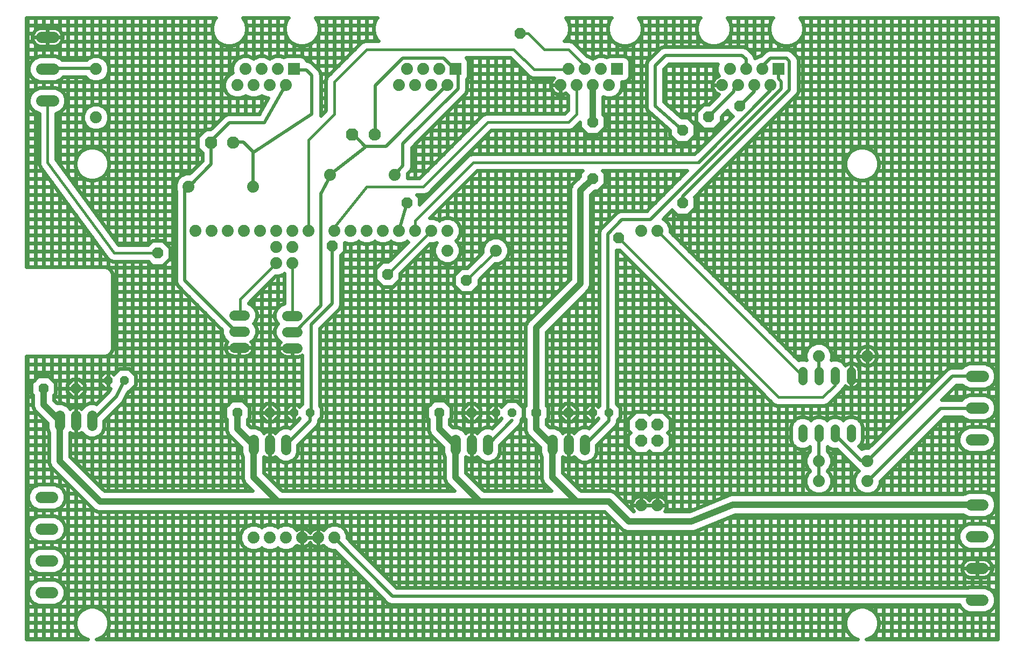
<source format=gbl>
G75*
%MOIN*%
%OFA0B0*%
%FSLAX25Y25*%
%IPPOS*%
%LPD*%
%AMOC8*
5,1,8,0,0,1.08239X$1,22.5*
%
%ADD10C,0.07400*%
%ADD11R,0.07400X0.07400*%
%ADD12OC8,0.07400*%
%ADD13C,0.07600*%
%ADD14OC8,0.07600*%
%ADD15OC8,0.06300*%
%ADD16OC8,0.05600*%
%ADD17C,0.06400*%
%ADD18C,0.05600*%
%ADD19C,0.07100*%
%ADD20C,0.02000*%
%ADD21OC8,0.06756*%
%ADD22C,0.01600*%
%ADD23C,0.04000*%
%ADD24C,0.02400*%
D10*
X0276965Y0179100D03*
X0286965Y0179100D03*
X0296965Y0179100D03*
X0306965Y0179100D03*
X0316965Y0179100D03*
X0326965Y0179100D03*
X0516965Y0199100D03*
X0526965Y0199100D03*
X0626965Y0214100D03*
X0626965Y0226600D03*
X0656965Y0226600D03*
X0656965Y0214100D03*
X0656965Y0291600D03*
X0626965Y0291600D03*
X0526965Y0369100D03*
X0516965Y0369100D03*
X0426965Y0356895D03*
X0396965Y0356895D03*
X0396965Y0369100D03*
X0386965Y0369100D03*
X0376965Y0369100D03*
X0366965Y0369100D03*
X0356965Y0369100D03*
X0346965Y0369100D03*
X0336965Y0369100D03*
X0326965Y0369100D03*
X0310965Y0369100D03*
X0300965Y0369100D03*
X0290965Y0369100D03*
X0280965Y0369100D03*
X0270965Y0369100D03*
X0260965Y0369100D03*
X0250965Y0369100D03*
X0240965Y0369100D03*
X0236670Y0396600D03*
X0276670Y0396600D03*
X0324465Y0403805D03*
X0364465Y0403805D03*
X0300965Y0359100D03*
X0290965Y0359100D03*
X0290965Y0349100D03*
X0300965Y0349100D03*
X0179465Y0439395D03*
X0179465Y0469395D03*
X0266965Y0459395D03*
X0276965Y0459395D03*
X0286965Y0459395D03*
X0296965Y0459395D03*
X0291965Y0469395D03*
X0281965Y0469395D03*
X0271965Y0469395D03*
X0366965Y0459395D03*
X0376965Y0459395D03*
X0386965Y0459395D03*
X0396965Y0459395D03*
X0391965Y0469395D03*
X0381965Y0469395D03*
X0371965Y0469395D03*
X0466965Y0459395D03*
X0476965Y0459395D03*
X0486965Y0459395D03*
X0496965Y0459395D03*
X0491965Y0469395D03*
X0481965Y0469395D03*
X0471965Y0469395D03*
X0566965Y0459395D03*
X0576965Y0459395D03*
X0586965Y0459395D03*
X0581965Y0469395D03*
X0571965Y0469395D03*
X0591965Y0469395D03*
X0596965Y0459395D03*
D11*
X0601965Y0469395D03*
X0501965Y0469395D03*
X0401965Y0469395D03*
X0301965Y0469395D03*
D12*
X0516965Y0249100D03*
X0526965Y0249100D03*
X0526965Y0239100D03*
X0516965Y0239100D03*
D13*
X0264465Y0423805D03*
X0351965Y0428805D03*
D14*
X0338215Y0428805D03*
X0250715Y0423805D03*
D15*
X0166965Y0271600D03*
X0146965Y0271600D03*
X0266965Y0256600D03*
X0286965Y0256600D03*
X0391965Y0256600D03*
X0411965Y0256600D03*
X0451965Y0256600D03*
X0471965Y0256600D03*
D16*
X0486965Y0256600D03*
X0496965Y0256600D03*
X0436965Y0256600D03*
X0426965Y0256600D03*
X0311965Y0256600D03*
X0301965Y0256600D03*
X0196965Y0276600D03*
X0186965Y0276600D03*
D17*
X0176965Y0254800D02*
X0176965Y0248400D01*
X0166965Y0248400D02*
X0166965Y0254800D01*
X0156965Y0254800D02*
X0156965Y0248400D01*
X0265015Y0296895D02*
X0271415Y0296895D01*
X0271415Y0306895D02*
X0265015Y0306895D01*
X0265015Y0316895D02*
X0271415Y0316895D01*
X0297765Y0316600D02*
X0304165Y0316600D01*
X0304165Y0306600D02*
X0297765Y0306600D01*
X0297765Y0296600D02*
X0304165Y0296600D01*
X0296965Y0239800D02*
X0296965Y0233400D01*
X0286965Y0233400D02*
X0286965Y0239800D01*
X0276965Y0239800D02*
X0276965Y0233400D01*
X0401965Y0233400D02*
X0401965Y0239800D01*
X0411965Y0239800D02*
X0411965Y0233400D01*
X0421965Y0233400D02*
X0421965Y0239800D01*
X0461965Y0239800D02*
X0461965Y0233400D01*
X0471965Y0233400D02*
X0471965Y0239800D01*
X0481965Y0239800D02*
X0481965Y0233400D01*
D18*
X0616965Y0241000D02*
X0616965Y0246600D01*
X0626965Y0246600D02*
X0626965Y0241000D01*
X0636965Y0241000D02*
X0636965Y0246600D01*
X0646965Y0246600D02*
X0646965Y0241000D01*
X0646965Y0276600D02*
X0646965Y0282200D01*
X0636965Y0282200D02*
X0636965Y0276600D01*
X0626965Y0276600D02*
X0626965Y0282200D01*
X0616965Y0282200D02*
X0616965Y0276600D01*
D19*
X0721486Y0279080D02*
X0728586Y0279080D01*
X0728586Y0259395D02*
X0721486Y0259395D01*
X0721486Y0239710D02*
X0728586Y0239710D01*
X0728507Y0199553D02*
X0721407Y0199553D01*
X0721407Y0179868D02*
X0728507Y0179868D01*
X0728507Y0160183D02*
X0721407Y0160183D01*
X0721407Y0140498D02*
X0728507Y0140498D01*
X0152436Y0145053D02*
X0145336Y0145053D01*
X0145336Y0164738D02*
X0152436Y0164738D01*
X0152436Y0184423D02*
X0145336Y0184423D01*
X0145336Y0204108D02*
X0152436Y0204108D01*
X0152936Y0449710D02*
X0145836Y0449710D01*
X0145836Y0469395D02*
X0152936Y0469395D01*
X0152936Y0489080D02*
X0145836Y0489080D01*
D20*
X0147265Y0469800D02*
X0149386Y0469395D01*
X0147265Y0469800D02*
X0174265Y0469800D01*
X0179465Y0469395D01*
X0250765Y0424700D02*
X0250715Y0423805D01*
X0250765Y0422900D01*
X0250765Y0410300D01*
X0237265Y0396800D01*
X0236670Y0396600D01*
X0236365Y0395900D01*
X0234565Y0394100D01*
X0234565Y0338400D01*
X0266065Y0306900D01*
X0267865Y0306900D01*
X0268215Y0306895D01*
X0268215Y0316895D02*
X0268765Y0317700D01*
X0300965Y0316600D02*
X0301165Y0316800D01*
X0312590Y0310975D02*
X0325715Y0324100D01*
X0325715Y0359725D01*
X0290965Y0349100D02*
X0290365Y0348300D01*
X0318840Y0322850D02*
X0318840Y0392225D01*
X0324465Y0402850D01*
X0324465Y0403805D01*
X0324965Y0404500D01*
X0346165Y0420700D01*
X0346165Y0421600D01*
X0338965Y0428800D01*
X0338215Y0428805D01*
X0346165Y0421600D02*
X0359165Y0421600D01*
X0396565Y0459000D01*
X0396965Y0459395D01*
X0403765Y0457200D02*
X0403765Y0467100D01*
X0401965Y0468900D01*
X0401965Y0469395D01*
X0401065Y0469800D01*
X0394765Y0476100D01*
X0369565Y0476100D01*
X0352465Y0459000D01*
X0352465Y0429700D01*
X0351965Y0428805D01*
X0369565Y0423000D02*
X0403765Y0457200D01*
X0369565Y0423000D02*
X0369565Y0409500D01*
X0364465Y0403805D01*
X0371965Y0386600D02*
X0366965Y0369100D01*
X0318840Y0322850D02*
X0302590Y0306600D01*
X0300965Y0306600D01*
X0312590Y0310975D02*
X0312590Y0257225D01*
X0311965Y0256600D01*
X0311965Y0251600D01*
X0296965Y0236600D01*
X0326965Y0179100D02*
X0363215Y0142850D01*
X0720715Y0142850D01*
X0723068Y0140498D01*
X0724957Y0140498D01*
X0724165Y0141300D01*
X0657565Y0214200D02*
X0656965Y0214100D01*
X0657565Y0214200D02*
X0702565Y0259200D01*
X0724165Y0259200D01*
X0725036Y0259395D01*
X0724165Y0279000D02*
X0709765Y0279000D01*
X0657565Y0226800D01*
X0656965Y0226600D01*
X0656665Y0226800D01*
X0653065Y0226800D01*
X0637765Y0242100D01*
X0637765Y0246600D01*
X0636965Y0246600D01*
X0626965Y0246600D02*
X0626965Y0226600D01*
X0626965Y0214100D01*
X0626965Y0276600D02*
X0626965Y0291600D01*
X0724165Y0279000D02*
X0725036Y0279080D01*
X0542590Y0386600D02*
X0542590Y0390350D01*
X0608840Y0456600D01*
X0608840Y0474100D01*
X0606965Y0475975D01*
X0596965Y0475975D01*
X0591965Y0470975D01*
X0591965Y0469395D01*
X0581965Y0469395D02*
X0581965Y0475350D01*
X0579465Y0477850D01*
X0531965Y0477850D01*
X0525715Y0471600D01*
X0525715Y0446600D01*
X0542590Y0431600D01*
X0558840Y0439725D02*
X0574465Y0455350D01*
X0574465Y0456895D01*
X0576965Y0459395D01*
X0576965Y0459100D01*
X0586965Y0459395D02*
X0586965Y0455350D01*
X0578215Y0446600D01*
X0596965Y0455975D02*
X0596965Y0459395D01*
X0596965Y0455975D02*
X0552590Y0411600D01*
X0522590Y0375975D02*
X0505090Y0375975D01*
X0496340Y0367225D01*
X0496340Y0257225D01*
X0496965Y0256600D01*
X0496965Y0251600D01*
X0481965Y0236600D01*
X0437226Y0251860D02*
X0421965Y0236600D01*
X0327265Y0179100D02*
X0326965Y0179100D01*
X0191965Y0266600D02*
X0196965Y0276600D01*
X0191965Y0266600D02*
X0176965Y0251600D01*
X0276670Y0396600D02*
X0276670Y0418145D01*
X0276965Y0417850D01*
X0313215Y0441600D01*
X0313215Y0465350D01*
X0309665Y0468900D01*
X0302065Y0468900D01*
X0301965Y0469395D01*
X0296965Y0459395D02*
X0296665Y0459000D01*
X0283665Y0436000D01*
X0262065Y0436000D01*
X0250765Y0424700D01*
X0264465Y0423805D02*
X0264760Y0424100D01*
X0270715Y0424100D01*
X0276670Y0418145D01*
X0522590Y0375975D02*
X0603840Y0457225D01*
X0603840Y0461600D01*
X0601965Y0463475D01*
X0601965Y0469395D01*
D21*
X0578215Y0446600D03*
X0558840Y0439725D03*
X0542590Y0431600D03*
X0486965Y0436600D03*
X0486965Y0401600D03*
X0503215Y0364725D03*
X0542590Y0386600D03*
X0408840Y0338475D03*
X0360090Y0342225D03*
X0325715Y0359725D03*
X0371965Y0386600D03*
X0217590Y0355350D03*
X0441965Y0491600D03*
D22*
X0446965Y0491600D01*
X0456965Y0481600D01*
X0471965Y0481600D01*
X0481965Y0471600D01*
X0481965Y0469395D01*
X0471965Y0469395D02*
X0471670Y0469100D01*
X0450715Y0469100D01*
X0438215Y0481600D01*
X0346965Y0481600D01*
X0326965Y0461600D01*
X0326965Y0441600D01*
X0310965Y0425600D01*
X0310965Y0369100D01*
X0326965Y0369100D02*
X0326965Y0371600D01*
X0346965Y0396600D01*
X0381965Y0396600D01*
X0421965Y0436600D01*
X0471965Y0436600D01*
X0476965Y0441600D01*
X0476965Y0459395D01*
X0413215Y0411600D02*
X0552590Y0411600D01*
X0526965Y0369100D02*
X0616965Y0279100D01*
X0616965Y0276600D01*
X0629465Y0265975D02*
X0636965Y0273475D01*
X0636965Y0276600D01*
X0629465Y0265975D02*
X0601965Y0265975D01*
X0503215Y0364725D01*
X0426965Y0356895D02*
X0426965Y0356600D01*
X0408840Y0338475D01*
X0386965Y0369100D02*
X0360090Y0342225D01*
X0376965Y0369100D02*
X0376965Y0375350D01*
X0413215Y0411600D01*
X0300965Y0349100D02*
X0301165Y0348300D01*
X0301165Y0316800D01*
X0268765Y0317700D02*
X0268765Y0326700D01*
X0290365Y0348300D01*
X0217590Y0355350D02*
X0190715Y0355350D01*
X0149465Y0411600D01*
X0149465Y0449100D01*
X0149386Y0449710D01*
D23*
X0146965Y0271600D02*
X0146965Y0261600D01*
X0156965Y0251600D01*
X0156965Y0226600D01*
X0181965Y0201600D01*
X0291965Y0201600D01*
X0276965Y0216600D01*
X0276965Y0236600D01*
X0266965Y0246600D01*
X0266965Y0256600D01*
X0291965Y0201600D02*
X0416965Y0201600D01*
X0401965Y0216600D01*
X0401965Y0236600D01*
X0391965Y0246600D01*
X0391965Y0256600D01*
X0451965Y0256600D02*
X0451965Y0246600D01*
X0461965Y0236600D01*
X0461965Y0216600D01*
X0476965Y0201600D01*
X0416965Y0201600D01*
X0476965Y0201600D02*
X0496965Y0201600D01*
X0509465Y0189100D01*
X0548215Y0189100D01*
X0573668Y0199553D01*
X0724957Y0199553D01*
X0479465Y0336600D02*
X0479465Y0394100D01*
X0486965Y0401600D01*
X0486965Y0436600D02*
X0486965Y0459395D01*
X0479465Y0336600D02*
X0451965Y0309100D01*
X0451965Y0256600D01*
D24*
X0136365Y0291400D02*
X0136365Y0116000D01*
X0174435Y0116000D01*
X0173066Y0116367D01*
X0170716Y0117724D01*
X0168797Y0119642D01*
X0167441Y0121992D01*
X0166738Y0124613D01*
X0166738Y0127327D01*
X0167441Y0129948D01*
X0168797Y0132298D01*
X0170716Y0134217D01*
X0173066Y0135573D01*
X0175687Y0136276D01*
X0178401Y0136276D01*
X0181022Y0135573D01*
X0183372Y0134217D01*
X0185290Y0132298D01*
X0186647Y0129948D01*
X0187349Y0127327D01*
X0187349Y0124613D01*
X0186647Y0121992D01*
X0185290Y0119642D01*
X0183372Y0117724D01*
X0181022Y0116367D01*
X0179652Y0116000D01*
X0651207Y0116000D01*
X0649838Y0116367D01*
X0647488Y0117724D01*
X0645569Y0119642D01*
X0644212Y0121992D01*
X0643510Y0124613D01*
X0643510Y0127327D01*
X0644212Y0129948D01*
X0645569Y0132298D01*
X0647488Y0134217D01*
X0649838Y0135573D01*
X0652459Y0136276D01*
X0655172Y0136276D01*
X0657793Y0135573D01*
X0660143Y0134217D01*
X0662062Y0132298D01*
X0663419Y0129948D01*
X0664121Y0127327D01*
X0664121Y0124613D01*
X0663419Y0121992D01*
X0662062Y0119642D01*
X0660143Y0117724D01*
X0657793Y0116367D01*
X0656424Y0116000D01*
X0737801Y0116000D01*
X0737801Y0501216D01*
X0615280Y0501212D01*
X0615527Y0500965D01*
X0616935Y0498525D01*
X0617664Y0495804D01*
X0617664Y0492987D01*
X0616935Y0490266D01*
X0615527Y0487826D01*
X0613535Y0485834D01*
X0611095Y0484425D01*
X0608374Y0483696D01*
X0605557Y0483696D01*
X0602835Y0484425D01*
X0600396Y0485834D01*
X0598404Y0487826D01*
X0596995Y0490266D01*
X0596266Y0492987D01*
X0596266Y0495804D01*
X0596995Y0498525D01*
X0598404Y0500965D01*
X0598650Y0501211D01*
X0570281Y0501210D01*
X0570527Y0500965D01*
X0571935Y0498525D01*
X0572664Y0495804D01*
X0572664Y0492987D01*
X0571935Y0490266D01*
X0570527Y0487826D01*
X0568535Y0485834D01*
X0566095Y0484425D01*
X0563374Y0483696D01*
X0560557Y0483696D01*
X0557835Y0484425D01*
X0555396Y0485834D01*
X0553404Y0487826D01*
X0551995Y0490266D01*
X0551266Y0492987D01*
X0551266Y0495804D01*
X0551995Y0498525D01*
X0553404Y0500965D01*
X0553649Y0501210D01*
X0515283Y0501208D01*
X0515527Y0500965D01*
X0516935Y0498525D01*
X0517664Y0495804D01*
X0517664Y0492987D01*
X0516935Y0490266D01*
X0515527Y0487826D01*
X0513535Y0485834D01*
X0511095Y0484425D01*
X0508374Y0483696D01*
X0505557Y0483696D01*
X0502835Y0484425D01*
X0500396Y0485834D01*
X0498404Y0487826D01*
X0496995Y0490266D01*
X0496266Y0492987D01*
X0496266Y0495804D01*
X0496995Y0498525D01*
X0498404Y0500965D01*
X0498647Y0501208D01*
X0470284Y0501207D01*
X0470527Y0500965D01*
X0471935Y0498525D01*
X0472664Y0495804D01*
X0472664Y0492987D01*
X0471935Y0490266D01*
X0470527Y0487826D01*
X0469501Y0486800D01*
X0473000Y0486800D01*
X0474911Y0486008D01*
X0476374Y0484546D01*
X0483424Y0477495D01*
X0483576Y0477495D01*
X0486553Y0476262D01*
X0486965Y0475850D01*
X0487377Y0476262D01*
X0490354Y0477495D01*
X0493576Y0477495D01*
X0495603Y0476656D01*
X0495773Y0476825D01*
X0497390Y0477495D01*
X0506540Y0477495D01*
X0508158Y0476825D01*
X0509395Y0475588D01*
X0510065Y0473970D01*
X0510065Y0464820D01*
X0509395Y0463203D01*
X0508158Y0461965D01*
X0506540Y0461295D01*
X0504946Y0461295D01*
X0505065Y0461006D01*
X0505065Y0457784D01*
X0503832Y0454807D01*
X0501553Y0452528D01*
X0498576Y0451295D01*
X0495354Y0451295D01*
X0493365Y0452119D01*
X0493365Y0441200D01*
X0494743Y0439822D01*
X0494743Y0433378D01*
X0490187Y0428822D01*
X0483743Y0428822D01*
X0479187Y0433378D01*
X0479187Y0436468D01*
X0476374Y0433654D01*
X0474911Y0432192D01*
X0473000Y0431400D01*
X0424119Y0431400D01*
X0384911Y0392192D01*
X0383000Y0391400D01*
X0378165Y0391400D01*
X0379743Y0389822D01*
X0379743Y0385482D01*
X0408807Y0414546D01*
X0410270Y0416008D01*
X0412181Y0416800D01*
X0550153Y0416800D01*
X0573585Y0440231D01*
X0570437Y0443378D01*
X0570437Y0443685D01*
X0566618Y0439866D01*
X0566618Y0436503D01*
X0562062Y0431947D01*
X0555618Y0431947D01*
X0551062Y0436503D01*
X0551062Y0442947D01*
X0555618Y0447503D01*
X0558981Y0447503D01*
X0565233Y0453754D01*
X0564700Y0453928D01*
X0563873Y0454349D01*
X0563122Y0454895D01*
X0562465Y0455552D01*
X0561919Y0456303D01*
X0561497Y0457130D01*
X0561210Y0458014D01*
X0561065Y0458931D01*
X0561065Y0459395D01*
X0566965Y0459395D01*
X0566965Y0459395D01*
X0561065Y0459395D01*
X0561065Y0459860D01*
X0561210Y0460777D01*
X0561497Y0461660D01*
X0561919Y0462488D01*
X0562465Y0463239D01*
X0563122Y0463896D01*
X0563873Y0464441D01*
X0564700Y0464863D01*
X0565031Y0464970D01*
X0563865Y0467784D01*
X0563865Y0471006D01*
X0564463Y0472450D01*
X0534202Y0472450D01*
X0531115Y0469363D01*
X0531115Y0449025D01*
X0541968Y0439378D01*
X0545812Y0439378D01*
X0550368Y0434822D01*
X0550368Y0428378D01*
X0545812Y0423822D01*
X0539368Y0423822D01*
X0534812Y0428378D01*
X0534812Y0431289D01*
X0522808Y0441959D01*
X0522656Y0442022D01*
X0522009Y0442669D01*
X0521325Y0443278D01*
X0521253Y0443425D01*
X0521137Y0443541D01*
X0520787Y0444387D01*
X0520388Y0445211D01*
X0520378Y0445374D01*
X0520315Y0445526D01*
X0520315Y0446441D01*
X0520261Y0447355D01*
X0520315Y0447510D01*
X0520315Y0472674D01*
X0521137Y0474659D01*
X0522656Y0476178D01*
X0528906Y0482428D01*
X0530891Y0483250D01*
X0580539Y0483250D01*
X0582524Y0482428D01*
X0584043Y0480909D01*
X0586543Y0478409D01*
X0587365Y0476424D01*
X0587365Y0476250D01*
X0587377Y0476262D01*
X0590354Y0477495D01*
X0590849Y0477495D01*
X0593906Y0480553D01*
X0595891Y0481375D01*
X0608039Y0481375D01*
X0610024Y0480553D01*
X0611543Y0479034D01*
X0613418Y0477159D01*
X0614240Y0475174D01*
X0614240Y0455526D01*
X0613418Y0453541D01*
X0611899Y0452022D01*
X0550033Y0390156D01*
X0550368Y0389822D01*
X0550368Y0383378D01*
X0545812Y0378822D01*
X0539368Y0378822D01*
X0536221Y0381969D01*
X0530610Y0376358D01*
X0531553Y0375967D01*
X0533832Y0373688D01*
X0535065Y0370711D01*
X0535065Y0368354D01*
X0614463Y0288957D01*
X0615533Y0289400D01*
X0618397Y0289400D01*
X0619257Y0289044D01*
X0618865Y0289989D01*
X0618865Y0293211D01*
X0620098Y0296188D01*
X0622377Y0298467D01*
X0625354Y0299700D01*
X0628576Y0299700D01*
X0631553Y0298467D01*
X0633832Y0296188D01*
X0635065Y0293211D01*
X0635065Y0289989D01*
X0634674Y0289044D01*
X0635533Y0289400D01*
X0638397Y0289400D01*
X0641044Y0288304D01*
X0643069Y0286278D01*
X0643334Y0285640D01*
X0643708Y0286014D01*
X0644345Y0286476D01*
X0645046Y0286834D01*
X0645794Y0287077D01*
X0646572Y0287200D01*
X0646965Y0287200D01*
X0646965Y0276600D01*
X0646965Y0276600D01*
X0646965Y0276600D01*
X0646965Y0271600D01*
X0646965Y0271600D01*
X0646572Y0271600D01*
X0642148Y0271600D01*
X0641965Y0271418D02*
X0641965Y0251782D01*
X0641044Y0252704D01*
X0638397Y0253800D01*
X0635533Y0253800D01*
X0632887Y0252704D01*
X0631965Y0251782D01*
X0631044Y0252704D01*
X0628397Y0253800D01*
X0625533Y0253800D01*
X0622887Y0252704D01*
X0621965Y0251782D01*
X0621044Y0252704D01*
X0618397Y0253800D01*
X0615533Y0253800D01*
X0612887Y0252704D01*
X0610861Y0250678D01*
X0609765Y0248032D01*
X0609765Y0239568D01*
X0610861Y0236922D01*
X0612887Y0234896D01*
X0615533Y0233800D01*
X0618397Y0233800D01*
X0621044Y0234896D01*
X0621565Y0235418D01*
X0621565Y0232655D01*
X0620098Y0231188D01*
X0618865Y0228211D01*
X0618865Y0224989D01*
X0620098Y0222012D01*
X0621565Y0220545D01*
X0621565Y0220155D01*
X0620098Y0218688D01*
X0618865Y0215711D01*
X0618865Y0212489D01*
X0620098Y0209512D01*
X0622377Y0207233D01*
X0625354Y0206000D01*
X0628576Y0206000D01*
X0631553Y0207233D01*
X0633832Y0209512D01*
X0635065Y0212489D01*
X0635065Y0215711D01*
X0633832Y0218688D01*
X0632365Y0220155D01*
X0632365Y0220545D01*
X0633832Y0222012D01*
X0635065Y0224989D01*
X0635065Y0228211D01*
X0633832Y0231188D01*
X0632365Y0232655D01*
X0632365Y0235418D01*
X0632887Y0234896D01*
X0635533Y0233800D01*
X0638397Y0233800D01*
X0638419Y0233809D01*
X0648487Y0223741D01*
X0650006Y0222222D01*
X0650012Y0222220D01*
X0650098Y0222012D01*
X0651760Y0220350D01*
X0650098Y0218688D01*
X0648865Y0215711D01*
X0648865Y0212489D01*
X0650098Y0209512D01*
X0652377Y0207233D01*
X0655354Y0206000D01*
X0658576Y0206000D01*
X0661553Y0207233D01*
X0663832Y0209512D01*
X0665065Y0212489D01*
X0665065Y0214063D01*
X0704802Y0253800D01*
X0715838Y0253800D01*
X0716983Y0252656D01*
X0719905Y0251445D01*
X0730167Y0251445D01*
X0733089Y0252656D01*
X0735326Y0254892D01*
X0736536Y0257814D01*
X0736536Y0260977D01*
X0735326Y0263899D01*
X0733089Y0266135D01*
X0730167Y0267345D01*
X0719905Y0267345D01*
X0716983Y0266135D01*
X0715448Y0264600D01*
X0703002Y0264600D01*
X0712002Y0273600D01*
X0715723Y0273600D01*
X0716983Y0272341D01*
X0719905Y0271130D01*
X0730167Y0271130D01*
X0733089Y0272341D01*
X0735326Y0274577D01*
X0736536Y0277499D01*
X0736536Y0280662D01*
X0735326Y0283584D01*
X0733089Y0285820D01*
X0730167Y0287030D01*
X0719905Y0287030D01*
X0716983Y0285820D01*
X0715563Y0284400D01*
X0708691Y0284400D01*
X0706706Y0283578D01*
X0657828Y0234700D01*
X0655354Y0234700D01*
X0653549Y0233953D01*
X0651825Y0235677D01*
X0653069Y0236922D01*
X0654165Y0239568D01*
X0654165Y0248032D01*
X0653069Y0250678D01*
X0651044Y0252704D01*
X0648397Y0253800D01*
X0645533Y0253800D01*
X0642887Y0252704D01*
X0641965Y0251782D01*
X0636965Y0253800D02*
X0636965Y0266121D01*
X0637444Y0266600D02*
X0689728Y0266600D01*
X0691965Y0268837D02*
X0691965Y0501214D01*
X0686965Y0501214D02*
X0686965Y0263837D01*
X0684728Y0261600D02*
X0632444Y0261600D01*
X0632411Y0261567D02*
X0639911Y0269067D01*
X0641374Y0270529D01*
X0641583Y0271036D01*
X0643069Y0272522D01*
X0643334Y0273160D01*
X0643708Y0272786D01*
X0644345Y0272324D01*
X0645046Y0271966D01*
X0645794Y0271723D01*
X0646572Y0271600D01*
X0646965Y0271600D02*
X0647359Y0271600D01*
X0694728Y0271600D01*
X0696965Y0273837D02*
X0696965Y0501214D01*
X0701965Y0501214D02*
X0701965Y0278837D01*
X0699728Y0276600D02*
X0646965Y0276600D01*
X0646965Y0402892D01*
X0647488Y0402369D02*
X0649838Y0401013D01*
X0652459Y0400310D01*
X0655172Y0400310D01*
X0657793Y0401013D01*
X0660143Y0402369D01*
X0662062Y0404288D01*
X0663419Y0406638D01*
X0664121Y0409259D01*
X0664121Y0411972D01*
X0663419Y0414594D01*
X0662062Y0416943D01*
X0660143Y0418862D01*
X0657793Y0420219D01*
X0655172Y0420921D01*
X0652459Y0420921D01*
X0649838Y0420219D01*
X0647488Y0418862D01*
X0645569Y0416943D01*
X0644212Y0414594D01*
X0643510Y0411972D01*
X0643510Y0409259D01*
X0644212Y0406638D01*
X0645569Y0404288D01*
X0647488Y0402369D01*
X0648820Y0401600D02*
X0561477Y0401600D01*
X0561965Y0402088D02*
X0561965Y0341454D01*
X0561819Y0341600D02*
X0737801Y0341600D01*
X0737801Y0336600D02*
X0566819Y0336600D01*
X0566965Y0336454D02*
X0566965Y0407088D01*
X0566477Y0406600D02*
X0644234Y0406600D01*
X0643510Y0411600D02*
X0571477Y0411600D01*
X0571965Y0412088D02*
X0571965Y0331454D01*
X0571819Y0331600D02*
X0737801Y0331600D01*
X0737801Y0326600D02*
X0576819Y0326600D01*
X0576965Y0326454D02*
X0576965Y0417088D01*
X0576477Y0416600D02*
X0645371Y0416600D01*
X0646965Y0418340D02*
X0646965Y0501213D01*
X0641965Y0501213D02*
X0641965Y0287382D01*
X0642748Y0286600D02*
X0644587Y0286600D01*
X0646965Y0286600D02*
X0646965Y0286600D01*
X0646965Y0287200D02*
X0646965Y0276600D01*
X0646965Y0253800D01*
X0651965Y0251782D02*
X0651965Y0288444D01*
X0651919Y0288508D02*
X0652465Y0287756D01*
X0653122Y0287100D01*
X0653873Y0286554D01*
X0654700Y0286132D01*
X0655584Y0285845D01*
X0656501Y0285700D01*
X0656965Y0285700D01*
X0656965Y0291600D01*
X0635065Y0291600D01*
X0636965Y0289400D02*
X0636965Y0501212D01*
X0631965Y0501212D02*
X0631965Y0298055D01*
X0633420Y0296600D02*
X0653809Y0296600D01*
X0653873Y0296646D02*
X0653122Y0296100D01*
X0652465Y0295444D01*
X0651919Y0294692D01*
X0651497Y0293865D01*
X0651210Y0292982D01*
X0651065Y0292064D01*
X0651065Y0291600D01*
X0651065Y0291136D01*
X0651210Y0290218D01*
X0651497Y0289335D01*
X0651919Y0288508D01*
X0653809Y0286600D02*
X0649343Y0286600D01*
X0649586Y0286476D02*
X0648885Y0286834D01*
X0648136Y0287077D01*
X0647359Y0287200D01*
X0646965Y0287200D01*
X0649586Y0286476D02*
X0650222Y0286014D01*
X0650779Y0285457D01*
X0651242Y0284821D01*
X0651599Y0284119D01*
X0651842Y0283371D01*
X0651965Y0282594D01*
X0651965Y0276600D01*
X0646965Y0276600D01*
X0646965Y0271600D01*
X0647359Y0271600D02*
X0648136Y0271723D01*
X0648885Y0271966D01*
X0649586Y0272324D01*
X0650222Y0272786D01*
X0650779Y0273343D01*
X0651242Y0273979D01*
X0651599Y0274681D01*
X0651842Y0275429D01*
X0651965Y0276206D01*
X0651965Y0276600D01*
X0646965Y0276600D01*
X0646965Y0276600D01*
X0646965Y0281600D02*
X0646965Y0281600D01*
X0651965Y0281600D02*
X0704728Y0281600D01*
X0706965Y0283685D02*
X0706965Y0501215D01*
X0711965Y0501215D02*
X0711965Y0284400D01*
X0716965Y0285802D02*
X0716965Y0501215D01*
X0721965Y0501215D02*
X0721965Y0287030D01*
X0718866Y0286600D02*
X0660121Y0286600D01*
X0660057Y0286554D02*
X0660809Y0287100D01*
X0661465Y0287756D01*
X0662011Y0288508D01*
X0662433Y0289335D01*
X0662720Y0290218D01*
X0662865Y0291136D01*
X0662865Y0291600D01*
X0662865Y0292064D01*
X0662720Y0292982D01*
X0662433Y0293865D01*
X0662011Y0294692D01*
X0661465Y0295444D01*
X0660809Y0296100D01*
X0660057Y0296646D01*
X0659230Y0297068D01*
X0658347Y0297355D01*
X0657430Y0297500D01*
X0656965Y0297500D01*
X0656501Y0297500D01*
X0655584Y0297355D01*
X0654700Y0297068D01*
X0653873Y0296646D01*
X0651965Y0294756D02*
X0651965Y0400443D01*
X0656965Y0400791D02*
X0656965Y0291600D01*
X0656965Y0291600D01*
X0651065Y0291600D01*
X0656965Y0291600D01*
X0656965Y0297500D01*
X0656965Y0291600D01*
X0656965Y0291600D01*
X0656965Y0291600D01*
X0656965Y0234700D01*
X0659728Y0236600D02*
X0652748Y0236600D01*
X0651965Y0235818D02*
X0651965Y0235537D01*
X0654165Y0241600D02*
X0664728Y0241600D01*
X0666965Y0243837D02*
X0666965Y0501213D01*
X0661965Y0501213D02*
X0661965Y0417040D01*
X0662260Y0416600D02*
X0737801Y0416600D01*
X0737801Y0411600D02*
X0664121Y0411600D01*
X0663397Y0406600D02*
X0737801Y0406600D01*
X0737801Y0401600D02*
X0658811Y0401600D01*
X0661965Y0404191D02*
X0661965Y0294756D01*
X0660121Y0296600D02*
X0737801Y0296600D01*
X0737801Y0291600D02*
X0656965Y0291600D01*
X0656965Y0285700D01*
X0657430Y0285700D01*
X0658347Y0285845D01*
X0659230Y0286132D01*
X0660057Y0286554D01*
X0661965Y0288444D02*
X0661965Y0238837D01*
X0669728Y0246600D02*
X0654165Y0246600D01*
X0652148Y0251600D02*
X0674728Y0251600D01*
X0676965Y0253837D02*
X0676965Y0501214D01*
X0671965Y0501213D02*
X0671965Y0248837D01*
X0679728Y0256600D02*
X0530920Y0256600D01*
X0530320Y0257200D02*
X0523610Y0257200D01*
X0521965Y0255555D01*
X0521965Y0338621D01*
X0523986Y0336600D02*
X0501740Y0336600D01*
X0501740Y0331600D02*
X0528986Y0331600D01*
X0526965Y0333621D02*
X0526965Y0257200D01*
X0530320Y0257200D02*
X0535065Y0252455D01*
X0535065Y0245745D01*
X0533420Y0244100D01*
X0535065Y0242455D01*
X0535065Y0235745D01*
X0530320Y0231000D01*
X0523610Y0231000D01*
X0521965Y0232645D01*
X0521965Y0202256D01*
X0521465Y0202944D01*
X0520809Y0203600D01*
X0520057Y0204146D01*
X0519230Y0204568D01*
X0518347Y0204855D01*
X0517430Y0205000D01*
X0516965Y0205000D01*
X0516501Y0205000D01*
X0515584Y0204855D01*
X0514700Y0204568D01*
X0513873Y0204146D01*
X0513122Y0203600D01*
X0512465Y0202944D01*
X0511919Y0202192D01*
X0511497Y0201365D01*
X0511210Y0200482D01*
X0511065Y0199564D01*
X0511065Y0199100D01*
X0511065Y0198636D01*
X0511210Y0197718D01*
X0511497Y0196835D01*
X0511919Y0196008D01*
X0512288Y0195500D01*
X0512116Y0195500D01*
X0502391Y0205225D01*
X0500591Y0207026D01*
X0498238Y0208000D01*
X0479616Y0208000D01*
X0468365Y0219251D01*
X0468365Y0229052D01*
X0468408Y0229095D01*
X0468477Y0229260D01*
X0469135Y0228782D01*
X0469892Y0228396D01*
X0470701Y0228133D01*
X0471540Y0228000D01*
X0471965Y0228000D01*
X0471965Y0236600D01*
X0471965Y0245200D01*
X0471540Y0245200D01*
X0470701Y0245067D01*
X0469892Y0244804D01*
X0469135Y0244418D01*
X0468477Y0243940D01*
X0468408Y0244105D01*
X0466270Y0246243D01*
X0463477Y0247400D01*
X0460453Y0247400D01*
X0460286Y0247330D01*
X0458365Y0249251D01*
X0458365Y0252323D01*
X0459515Y0253473D01*
X0459515Y0259727D01*
X0458365Y0260877D01*
X0458365Y0306449D01*
X0483091Y0331174D01*
X0484891Y0332975D01*
X0485865Y0335327D01*
X0485865Y0391449D01*
X0488238Y0393822D01*
X0490187Y0393822D01*
X0494743Y0398378D01*
X0494743Y0404822D01*
X0493165Y0406400D01*
X0545378Y0406400D01*
X0520353Y0381375D01*
X0504016Y0381375D01*
X0502031Y0380553D01*
X0493281Y0371803D01*
X0491762Y0370284D01*
X0490940Y0368299D01*
X0490940Y0260757D01*
X0490410Y0260227D01*
X0489036Y0261600D01*
X0486965Y0261600D01*
X0484894Y0261600D01*
X0481965Y0258671D01*
X0481965Y0330049D01*
X0483516Y0331600D02*
X0490940Y0331600D01*
X0490940Y0326600D02*
X0478516Y0326600D01*
X0476965Y0325049D02*
X0476965Y0259166D01*
X0477315Y0258816D02*
X0474181Y0261950D01*
X0471965Y0261950D01*
X0469749Y0261950D01*
X0466615Y0258816D01*
X0466615Y0256600D01*
X0466615Y0254384D01*
X0469749Y0251250D01*
X0471965Y0251250D01*
X0471965Y0256600D01*
X0459515Y0256600D01*
X0458365Y0251600D02*
X0469399Y0251600D01*
X0471965Y0251600D02*
X0471965Y0251600D01*
X0471965Y0251250D02*
X0474181Y0251250D01*
X0477315Y0254384D01*
X0477315Y0256600D01*
X0477315Y0258816D01*
X0477315Y0256600D02*
X0471965Y0256600D01*
X0471965Y0256600D01*
X0466615Y0256600D01*
X0471965Y0256600D01*
X0471965Y0261950D01*
X0471965Y0256600D01*
X0471965Y0256600D01*
X0471965Y0256600D01*
X0471965Y0320049D01*
X0473516Y0321600D02*
X0490940Y0321600D01*
X0490940Y0316600D02*
X0468516Y0316600D01*
X0466965Y0315049D02*
X0466965Y0259166D01*
X0466965Y0256600D02*
X0466965Y0256600D01*
X0466965Y0254034D02*
X0466965Y0245548D01*
X0465408Y0246600D02*
X0478522Y0246600D01*
X0477660Y0246243D02*
X0475522Y0244105D01*
X0475454Y0243940D01*
X0474795Y0244418D01*
X0474038Y0244804D01*
X0473230Y0245067D01*
X0472390Y0245200D01*
X0471965Y0245200D01*
X0471965Y0236600D01*
X0471965Y0236600D01*
X0471965Y0236600D01*
X0471965Y0256600D01*
X0471965Y0251250D01*
X0474531Y0251600D02*
X0484894Y0251600D01*
X0486965Y0251600D01*
X0486965Y0251600D01*
X0486965Y0256600D01*
X0471965Y0256600D01*
X0471965Y0256600D01*
X0477315Y0256600D01*
X0476965Y0256600D02*
X0476965Y0256600D01*
X0476965Y0254034D02*
X0476965Y0245548D01*
X0477660Y0246243D02*
X0480453Y0247400D01*
X0483477Y0247400D01*
X0484645Y0246916D01*
X0490556Y0252827D01*
X0490410Y0252973D01*
X0489036Y0251600D01*
X0489328Y0251600D01*
X0489036Y0251600D02*
X0486965Y0251600D01*
X0486965Y0256600D01*
X0486965Y0256600D01*
X0481965Y0256600D01*
X0481965Y0256600D01*
X0481965Y0254529D01*
X0481965Y0247400D01*
X0484894Y0251600D02*
X0481965Y0254529D01*
X0481965Y0256600D02*
X0486965Y0256600D01*
X0486965Y0261600D01*
X0486965Y0256600D01*
X0486965Y0256600D01*
X0486965Y0256600D01*
X0486965Y0392549D01*
X0486016Y0391600D02*
X0530578Y0391600D01*
X0531965Y0392987D02*
X0531965Y0406400D01*
X0526965Y0406400D02*
X0526965Y0387987D01*
X0525578Y0386600D02*
X0485865Y0386600D01*
X0485865Y0381600D02*
X0520578Y0381600D01*
X0521965Y0382987D02*
X0521965Y0406400D01*
X0516965Y0406400D02*
X0516965Y0381375D01*
X0511965Y0381375D02*
X0511965Y0406400D01*
X0506965Y0406400D02*
X0506965Y0381375D01*
X0501965Y0380487D02*
X0501965Y0406400D01*
X0496965Y0406400D02*
X0496965Y0375487D01*
X0498078Y0376600D02*
X0485865Y0376600D01*
X0485865Y0371600D02*
X0493078Y0371600D01*
X0491965Y0370487D02*
X0491965Y0395600D01*
X0492965Y0396600D02*
X0535578Y0396600D01*
X0536965Y0397987D02*
X0536965Y0406400D01*
X0541965Y0406400D02*
X0541965Y0402987D01*
X0540578Y0401600D02*
X0494743Y0401600D01*
X0480766Y0406400D02*
X0479187Y0404822D01*
X0479187Y0402873D01*
X0474040Y0397725D01*
X0473065Y0395373D01*
X0473065Y0339251D01*
X0446540Y0312725D01*
X0445565Y0310373D01*
X0445565Y0260877D01*
X0444415Y0259727D01*
X0444415Y0253473D01*
X0445565Y0252323D01*
X0445565Y0245327D01*
X0446540Y0242975D01*
X0448340Y0241174D01*
X0454365Y0235149D01*
X0454365Y0231888D01*
X0455522Y0229095D01*
X0455565Y0229052D01*
X0455565Y0215327D01*
X0456540Y0212975D01*
X0461514Y0208000D01*
X0419616Y0208000D01*
X0408365Y0219251D01*
X0408365Y0229052D01*
X0408408Y0229095D01*
X0408477Y0229260D01*
X0409135Y0228782D01*
X0409892Y0228396D01*
X0410701Y0228133D01*
X0411540Y0228000D01*
X0411965Y0228000D01*
X0411965Y0236600D01*
X0411965Y0245200D01*
X0411540Y0245200D01*
X0410701Y0245067D01*
X0409892Y0244804D01*
X0409135Y0244418D01*
X0408477Y0243940D01*
X0408408Y0244105D01*
X0406270Y0246243D01*
X0403477Y0247400D01*
X0400453Y0247400D01*
X0400286Y0247330D01*
X0398365Y0249251D01*
X0398365Y0252323D01*
X0399515Y0253473D01*
X0399515Y0259727D01*
X0395093Y0264150D01*
X0388838Y0264150D01*
X0384415Y0259727D01*
X0384415Y0253473D01*
X0385565Y0252323D01*
X0385565Y0245327D01*
X0386540Y0242975D01*
X0388340Y0241174D01*
X0394365Y0235149D01*
X0394365Y0231888D01*
X0395522Y0229095D01*
X0395565Y0229052D01*
X0395565Y0215327D01*
X0396540Y0212975D01*
X0398340Y0211174D01*
X0401514Y0208000D01*
X0294616Y0208000D01*
X0283365Y0219251D01*
X0283365Y0229052D01*
X0283408Y0229095D01*
X0283477Y0229260D01*
X0284135Y0228782D01*
X0284892Y0228396D01*
X0285701Y0228133D01*
X0286540Y0228000D01*
X0286965Y0228000D01*
X0286965Y0236600D01*
X0286965Y0245200D01*
X0286540Y0245200D01*
X0285701Y0245067D01*
X0284892Y0244804D01*
X0284135Y0244418D01*
X0283477Y0243940D01*
X0283408Y0244105D01*
X0281270Y0246243D01*
X0278477Y0247400D01*
X0275453Y0247400D01*
X0275286Y0247330D01*
X0273365Y0249251D01*
X0273365Y0252323D01*
X0274515Y0253473D01*
X0274515Y0259727D01*
X0270093Y0264150D01*
X0263838Y0264150D01*
X0259415Y0259727D01*
X0259415Y0253473D01*
X0260565Y0252323D01*
X0260565Y0245327D01*
X0261540Y0242975D01*
X0263340Y0241174D01*
X0269365Y0235149D01*
X0269365Y0231888D01*
X0270522Y0229095D01*
X0270565Y0229052D01*
X0270565Y0215327D01*
X0271540Y0212975D01*
X0276514Y0208000D01*
X0184616Y0208000D01*
X0163365Y0229251D01*
X0163365Y0244052D01*
X0163408Y0244095D01*
X0163477Y0244260D01*
X0164135Y0243782D01*
X0164892Y0243396D01*
X0165701Y0243133D01*
X0166540Y0243000D01*
X0166965Y0243000D01*
X0166965Y0251600D01*
X0166965Y0260200D01*
X0166540Y0260200D01*
X0165701Y0260067D01*
X0164892Y0259804D01*
X0164135Y0259418D01*
X0163477Y0258940D01*
X0163408Y0259105D01*
X0161270Y0261243D01*
X0158477Y0262400D01*
X0155453Y0262400D01*
X0155286Y0262330D01*
X0153365Y0264251D01*
X0153365Y0267323D01*
X0154515Y0268473D01*
X0154515Y0274727D01*
X0150093Y0279150D01*
X0143838Y0279150D01*
X0139415Y0274727D01*
X0139415Y0268473D01*
X0140565Y0267323D01*
X0140565Y0260327D01*
X0141540Y0257975D01*
X0143340Y0256174D01*
X0149365Y0250149D01*
X0149365Y0246888D01*
X0150522Y0244095D01*
X0150565Y0244052D01*
X0150565Y0225327D01*
X0151540Y0222975D01*
X0153340Y0221174D01*
X0178340Y0196174D01*
X0180692Y0195200D01*
X0494314Y0195200D01*
X0505840Y0183674D01*
X0508192Y0182700D01*
X0548204Y0182700D01*
X0549469Y0182696D01*
X0549478Y0182700D01*
X0549488Y0182700D01*
X0550655Y0183183D01*
X0574931Y0193153D01*
X0716564Y0193153D01*
X0716904Y0192813D01*
X0719826Y0191603D01*
X0730089Y0191603D01*
X0733011Y0192813D01*
X0735247Y0195049D01*
X0736457Y0197971D01*
X0736457Y0201134D01*
X0735247Y0204056D01*
X0733011Y0206292D01*
X0730089Y0207503D01*
X0719826Y0207503D01*
X0716904Y0206292D01*
X0716564Y0205953D01*
X0573679Y0205953D01*
X0572414Y0205957D01*
X0572405Y0205953D01*
X0572395Y0205953D01*
X0571228Y0205469D01*
X0546952Y0195500D01*
X0531642Y0195500D01*
X0532011Y0196008D01*
X0532433Y0196835D01*
X0532720Y0197718D01*
X0532865Y0198636D01*
X0532865Y0199100D01*
X0532865Y0199564D01*
X0532720Y0200482D01*
X0532433Y0201365D01*
X0532011Y0202192D01*
X0531465Y0202944D01*
X0530809Y0203600D01*
X0530057Y0204146D01*
X0529230Y0204568D01*
X0528347Y0204855D01*
X0527430Y0205000D01*
X0526965Y0205000D01*
X0526501Y0205000D01*
X0525584Y0204855D01*
X0524700Y0204568D01*
X0523873Y0204146D01*
X0523122Y0203600D01*
X0522465Y0202944D01*
X0521965Y0202256D01*
X0521965Y0199100D02*
X0521965Y0199100D01*
X0521065Y0199100D02*
X0526965Y0199100D01*
X0526965Y0199100D01*
X0516965Y0199100D01*
X0516965Y0199100D01*
X0511065Y0199100D01*
X0516965Y0199100D01*
X0516965Y0205000D01*
X0516965Y0199100D01*
X0516965Y0199100D01*
X0516965Y0231000D01*
X0513610Y0231000D02*
X0520320Y0231000D01*
X0521965Y0232645D01*
X0520920Y0231600D02*
X0523010Y0231600D01*
X0526965Y0231000D02*
X0526965Y0199100D01*
X0526965Y0205000D01*
X0526965Y0199100D01*
X0526965Y0199100D01*
X0532865Y0199100D01*
X0526965Y0199100D01*
X0526965Y0199100D01*
X0526965Y0201600D02*
X0526965Y0201600D01*
X0531965Y0202256D02*
X0531965Y0232645D01*
X0530920Y0231600D02*
X0620510Y0231600D01*
X0616965Y0233800D02*
X0616965Y0205953D01*
X0611965Y0205953D02*
X0611965Y0235818D01*
X0611183Y0236600D02*
X0535065Y0236600D01*
X0535065Y0241600D02*
X0609765Y0241600D01*
X0609765Y0246600D02*
X0535065Y0246600D01*
X0535065Y0251600D02*
X0611783Y0251600D01*
X0611965Y0251782D02*
X0611965Y0260775D01*
X0606965Y0260775D02*
X0606965Y0205953D01*
X0601965Y0205953D02*
X0601965Y0260775D01*
X0600931Y0260775D02*
X0630500Y0260775D01*
X0632411Y0261567D01*
X0631965Y0261382D02*
X0631965Y0251782D01*
X0626965Y0253800D02*
X0626965Y0260775D01*
X0621965Y0260775D02*
X0621965Y0251782D01*
X0616965Y0253800D02*
X0616965Y0260775D01*
X0600931Y0260775D02*
X0599020Y0261567D01*
X0503639Y0356947D01*
X0501740Y0356947D01*
X0501740Y0262007D01*
X0504165Y0259582D01*
X0504165Y0253618D01*
X0502365Y0251818D01*
X0502365Y0250526D01*
X0501543Y0248541D01*
X0500024Y0247022D01*
X0489565Y0236563D01*
X0489565Y0231888D01*
X0488408Y0229095D01*
X0486270Y0226957D01*
X0483477Y0225800D01*
X0480453Y0225800D01*
X0477660Y0226957D01*
X0475522Y0229095D01*
X0475454Y0229260D01*
X0474795Y0228782D01*
X0474038Y0228396D01*
X0473230Y0228133D01*
X0472390Y0228000D01*
X0471965Y0228000D01*
X0471965Y0236600D01*
X0471965Y0215651D01*
X0471016Y0216600D02*
X0619233Y0216600D01*
X0619233Y0211600D02*
X0476016Y0211600D01*
X0476965Y0210651D02*
X0476965Y0227652D01*
X0478522Y0226600D02*
X0468365Y0226600D01*
X0468365Y0221600D02*
X0620510Y0221600D01*
X0618865Y0226600D02*
X0485408Y0226600D01*
X0486965Y0227652D02*
X0486965Y0208000D01*
X0481965Y0208000D02*
X0481965Y0225800D01*
X0489446Y0231600D02*
X0513010Y0231600D01*
X0513610Y0231000D02*
X0508865Y0235745D01*
X0508865Y0242455D01*
X0510510Y0244100D01*
X0508865Y0245745D01*
X0508865Y0252455D01*
X0513610Y0257200D01*
X0520320Y0257200D01*
X0521965Y0255555D01*
X0520920Y0256600D02*
X0523010Y0256600D01*
X0516965Y0257200D02*
X0516965Y0343621D01*
X0518986Y0341600D02*
X0501740Y0341600D01*
X0501740Y0346600D02*
X0513986Y0346600D01*
X0511965Y0348621D02*
X0511965Y0255555D01*
X0513010Y0256600D02*
X0504165Y0256600D01*
X0502365Y0251600D02*
X0508865Y0251600D01*
X0508865Y0246600D02*
X0499602Y0246600D01*
X0496965Y0243963D02*
X0496965Y0208000D01*
X0501016Y0206600D02*
X0623905Y0206600D01*
X0621965Y0205953D02*
X0621965Y0207645D01*
X0626965Y0206000D02*
X0626965Y0205953D01*
X0630025Y0206600D02*
X0653905Y0206600D01*
X0651965Y0205953D02*
X0651965Y0207645D01*
X0649233Y0211600D02*
X0634697Y0211600D01*
X0631965Y0207645D02*
X0631965Y0205953D01*
X0636965Y0205953D02*
X0636965Y0233800D01*
X0633420Y0231600D02*
X0640628Y0231600D01*
X0641965Y0230263D02*
X0641965Y0205953D01*
X0646965Y0205953D02*
X0646965Y0225263D01*
X0645628Y0226600D02*
X0635065Y0226600D01*
X0633420Y0221600D02*
X0650510Y0221600D01*
X0649233Y0216600D02*
X0634697Y0216600D01*
X0656965Y0206000D02*
X0656965Y0205953D01*
X0660025Y0206600D02*
X0717647Y0206600D01*
X0716965Y0206318D02*
X0716965Y0232988D01*
X0716983Y0232971D02*
X0719905Y0231760D01*
X0730167Y0231760D01*
X0733089Y0232971D01*
X0735326Y0235207D01*
X0736536Y0238129D01*
X0736536Y0241292D01*
X0735326Y0244214D01*
X0733089Y0246450D01*
X0730167Y0247660D01*
X0719905Y0247660D01*
X0716983Y0246450D01*
X0714746Y0244214D01*
X0713536Y0241292D01*
X0713536Y0238129D01*
X0714746Y0235207D01*
X0716983Y0232971D01*
X0714169Y0236600D02*
X0687602Y0236600D01*
X0686965Y0235963D02*
X0686965Y0205953D01*
X0681965Y0205953D02*
X0681965Y0230963D01*
X0682602Y0231600D02*
X0737801Y0231600D01*
X0737801Y0236600D02*
X0735903Y0236600D01*
X0736408Y0241600D02*
X0737801Y0241600D01*
X0737801Y0246600D02*
X0732727Y0246600D01*
X0731965Y0246916D02*
X0731965Y0252190D01*
X0730541Y0251600D02*
X0737801Y0251600D01*
X0737801Y0256600D02*
X0736033Y0256600D01*
X0736278Y0261600D02*
X0737801Y0261600D01*
X0737801Y0266600D02*
X0731967Y0266600D01*
X0731965Y0266601D02*
X0731965Y0271875D01*
X0731301Y0271600D02*
X0737801Y0271600D01*
X0737801Y0276600D02*
X0736164Y0276600D01*
X0736147Y0281600D02*
X0737801Y0281600D01*
X0737801Y0286600D02*
X0731206Y0286600D01*
X0731965Y0286286D02*
X0731965Y0501215D01*
X0726965Y0501215D02*
X0726965Y0287030D01*
X0716965Y0272358D02*
X0716965Y0266117D01*
X0718105Y0266600D02*
X0705002Y0266600D01*
X0706965Y0268563D02*
X0706965Y0264600D01*
X0711965Y0264600D02*
X0711965Y0273563D01*
X0710002Y0271600D02*
X0718771Y0271600D01*
X0721965Y0271130D02*
X0721965Y0267345D01*
X0726965Y0267345D02*
X0726965Y0271130D01*
X0711965Y0253800D02*
X0711965Y0205953D01*
X0706965Y0205953D02*
X0706965Y0253800D01*
X0702602Y0251600D02*
X0719531Y0251600D01*
X0721965Y0251445D02*
X0721965Y0247660D01*
X0717345Y0246600D02*
X0697602Y0246600D01*
X0696965Y0245963D02*
X0696965Y0205953D01*
X0691965Y0205953D02*
X0691965Y0240963D01*
X0692602Y0241600D02*
X0713664Y0241600D01*
X0716965Y0246432D02*
X0716965Y0252673D01*
X0701965Y0250963D02*
X0701965Y0205953D01*
X0701965Y0193153D02*
X0701965Y0148250D01*
X0696965Y0148250D02*
X0696965Y0193153D01*
X0691965Y0193153D02*
X0691965Y0148250D01*
X0686965Y0148250D02*
X0686965Y0193153D01*
X0681965Y0193153D02*
X0681965Y0148250D01*
X0676965Y0148250D02*
X0676965Y0193153D01*
X0671965Y0193153D02*
X0671965Y0148250D01*
X0666965Y0148250D02*
X0666965Y0193153D01*
X0661965Y0193153D02*
X0661965Y0148250D01*
X0656965Y0148250D02*
X0656965Y0193153D01*
X0651965Y0193153D02*
X0651965Y0148250D01*
X0646965Y0148250D02*
X0646965Y0193153D01*
X0641965Y0193153D02*
X0641965Y0148250D01*
X0636965Y0148250D02*
X0636965Y0193153D01*
X0631965Y0193153D02*
X0631965Y0148250D01*
X0626965Y0148250D02*
X0626965Y0193153D01*
X0621965Y0193153D02*
X0621965Y0148250D01*
X0616965Y0148250D02*
X0616965Y0193153D01*
X0611965Y0193153D02*
X0611965Y0148250D01*
X0606965Y0148250D02*
X0606965Y0193153D01*
X0601965Y0193153D02*
X0601965Y0148250D01*
X0596965Y0148250D02*
X0596965Y0193153D01*
X0591965Y0193153D02*
X0591965Y0148250D01*
X0586965Y0148250D02*
X0586965Y0193153D01*
X0581965Y0193153D02*
X0581965Y0148250D01*
X0576965Y0148250D02*
X0576965Y0193153D01*
X0571965Y0191935D02*
X0571965Y0148250D01*
X0566965Y0148250D02*
X0566965Y0189881D01*
X0571150Y0191600D02*
X0737801Y0191600D01*
X0737801Y0186600D02*
X0733018Y0186600D01*
X0733011Y0186607D02*
X0730089Y0187818D01*
X0719826Y0187818D01*
X0716904Y0186607D01*
X0714668Y0184371D01*
X0713457Y0181449D01*
X0713457Y0178286D01*
X0714668Y0175364D01*
X0716904Y0173128D01*
X0719826Y0171918D01*
X0730089Y0171918D01*
X0733011Y0173128D01*
X0735247Y0175364D01*
X0736457Y0178286D01*
X0736457Y0181449D01*
X0735247Y0184371D01*
X0733011Y0186607D01*
X0731965Y0187040D02*
X0731965Y0192380D01*
X0726965Y0191603D02*
X0726965Y0187818D01*
X0721965Y0187818D02*
X0721965Y0191603D01*
X0716965Y0192788D02*
X0716965Y0186633D01*
X0716897Y0186600D02*
X0558975Y0186600D01*
X0556965Y0185775D02*
X0556965Y0148250D01*
X0551965Y0148250D02*
X0551965Y0183721D01*
X0546965Y0182700D02*
X0546965Y0148250D01*
X0541965Y0148250D02*
X0541965Y0182700D01*
X0536965Y0182700D02*
X0536965Y0148250D01*
X0531965Y0148250D02*
X0531965Y0182700D01*
X0526965Y0182700D02*
X0526965Y0148250D01*
X0521965Y0148250D02*
X0521965Y0182700D01*
X0516965Y0182700D02*
X0516965Y0148250D01*
X0511965Y0148250D02*
X0511965Y0182700D01*
X0506965Y0183208D02*
X0506965Y0148250D01*
X0501965Y0148250D02*
X0501965Y0187549D01*
X0502914Y0186600D02*
X0330025Y0186600D01*
X0328576Y0187200D02*
X0325354Y0187200D01*
X0322377Y0185967D01*
X0320346Y0183936D01*
X0320057Y0184146D01*
X0319230Y0184568D01*
X0318347Y0184855D01*
X0317430Y0185000D01*
X0316965Y0185000D01*
X0316501Y0185000D01*
X0315584Y0184855D01*
X0314700Y0184568D01*
X0313873Y0184146D01*
X0313122Y0183600D01*
X0312465Y0182944D01*
X0311965Y0182256D01*
X0311965Y0195200D01*
X0306965Y0195200D02*
X0306965Y0179100D01*
X0306965Y0185000D01*
X0306501Y0185000D01*
X0305584Y0184855D01*
X0304700Y0184568D01*
X0303873Y0184146D01*
X0303584Y0183936D01*
X0301553Y0185967D01*
X0298576Y0187200D01*
X0295354Y0187200D01*
X0292377Y0185967D01*
X0291965Y0185555D01*
X0291553Y0185967D01*
X0288576Y0187200D01*
X0285354Y0187200D01*
X0282377Y0185967D01*
X0281965Y0185555D01*
X0281553Y0185967D01*
X0278576Y0187200D01*
X0275354Y0187200D01*
X0272377Y0185967D01*
X0270098Y0183688D01*
X0268865Y0180711D01*
X0268865Y0177489D01*
X0270098Y0174512D01*
X0272377Y0172233D01*
X0275354Y0171000D01*
X0278576Y0171000D01*
X0281553Y0172233D01*
X0281965Y0172645D01*
X0282377Y0172233D01*
X0285354Y0171000D01*
X0288576Y0171000D01*
X0291553Y0172233D01*
X0291965Y0172645D01*
X0292377Y0172233D01*
X0295354Y0171000D01*
X0298576Y0171000D01*
X0301553Y0172233D01*
X0303584Y0174264D01*
X0303873Y0174054D01*
X0304700Y0173632D01*
X0305584Y0173345D01*
X0306501Y0173200D01*
X0306965Y0173200D01*
X0306965Y0179100D01*
X0306965Y0179100D01*
X0306965Y0179100D01*
X0306965Y0116000D01*
X0301965Y0116000D02*
X0301965Y0172645D01*
X0300025Y0171600D02*
X0323905Y0171600D01*
X0325354Y0171000D02*
X0327428Y0171000D01*
X0360156Y0138272D01*
X0362141Y0137450D01*
X0714065Y0137450D01*
X0714668Y0135994D01*
X0716904Y0133758D01*
X0719826Y0132548D01*
X0730089Y0132548D01*
X0733011Y0133758D01*
X0735247Y0135994D01*
X0736457Y0138916D01*
X0736457Y0142079D01*
X0735247Y0145001D01*
X0733011Y0147237D01*
X0730089Y0148448D01*
X0719826Y0148448D01*
X0719349Y0148250D01*
X0365452Y0148250D01*
X0335065Y0178637D01*
X0335065Y0180711D01*
X0333832Y0183688D01*
X0331553Y0185967D01*
X0328576Y0187200D01*
X0326965Y0187200D02*
X0326965Y0195200D01*
X0321965Y0195200D02*
X0321965Y0185555D01*
X0323906Y0186600D02*
X0300025Y0186600D01*
X0301965Y0185555D02*
X0301965Y0195200D01*
X0296965Y0195200D02*
X0296965Y0187200D01*
X0293906Y0186600D02*
X0290025Y0186600D01*
X0291965Y0185555D02*
X0291965Y0195200D01*
X0286965Y0195200D02*
X0286965Y0187200D01*
X0283906Y0186600D02*
X0280025Y0186600D01*
X0281965Y0185555D02*
X0281965Y0195200D01*
X0276965Y0195200D02*
X0276965Y0187200D01*
X0273906Y0186600D02*
X0160140Y0186600D01*
X0160386Y0186005D02*
X0159176Y0188927D01*
X0156940Y0191163D01*
X0154018Y0192373D01*
X0143755Y0192373D01*
X0140833Y0191163D01*
X0138597Y0188927D01*
X0137386Y0186005D01*
X0137386Y0182842D01*
X0138597Y0179920D01*
X0140833Y0177684D01*
X0143755Y0176473D01*
X0154018Y0176473D01*
X0156940Y0177684D01*
X0159176Y0179920D01*
X0160386Y0182842D01*
X0160386Y0186005D01*
X0159872Y0181600D02*
X0269233Y0181600D01*
X0271965Y0185555D02*
X0271965Y0195200D01*
X0266965Y0195200D02*
X0266965Y0116000D01*
X0261965Y0116000D02*
X0261965Y0195200D01*
X0256965Y0195200D02*
X0256965Y0116000D01*
X0251965Y0116000D02*
X0251965Y0195200D01*
X0246965Y0195200D02*
X0246965Y0116000D01*
X0241965Y0116000D02*
X0241965Y0195200D01*
X0236965Y0195200D02*
X0236965Y0116000D01*
X0231965Y0116000D02*
X0231965Y0195200D01*
X0226965Y0195200D02*
X0226965Y0116000D01*
X0221965Y0116000D02*
X0221965Y0195200D01*
X0216965Y0195200D02*
X0216965Y0116000D01*
X0211965Y0116000D02*
X0211965Y0195200D01*
X0206965Y0195200D02*
X0206965Y0116000D01*
X0201965Y0116000D02*
X0201965Y0195200D01*
X0196965Y0195200D02*
X0196965Y0116000D01*
X0191965Y0116000D02*
X0191965Y0195200D01*
X0186965Y0195200D02*
X0186965Y0128761D01*
X0187349Y0126600D02*
X0643510Y0126600D01*
X0644439Y0121600D02*
X0186421Y0121600D01*
X0186965Y0123179D02*
X0186965Y0116000D01*
X0181965Y0116000D02*
X0181965Y0116912D01*
X0181426Y0116600D02*
X0649434Y0116600D01*
X0646965Y0116000D02*
X0646965Y0118246D01*
X0641965Y0116000D02*
X0641965Y0137450D01*
X0636965Y0137450D02*
X0636965Y0116000D01*
X0631965Y0116000D02*
X0631965Y0137450D01*
X0626965Y0137450D02*
X0626965Y0116000D01*
X0621965Y0116000D02*
X0621965Y0137450D01*
X0616965Y0137450D02*
X0616965Y0116000D01*
X0611965Y0116000D02*
X0611965Y0137450D01*
X0606965Y0137450D02*
X0606965Y0116000D01*
X0601965Y0116000D02*
X0601965Y0137450D01*
X0596965Y0137450D02*
X0596965Y0116000D01*
X0591965Y0116000D02*
X0591965Y0137450D01*
X0586965Y0137450D02*
X0586965Y0116000D01*
X0581965Y0116000D02*
X0581965Y0137450D01*
X0576965Y0137450D02*
X0576965Y0116000D01*
X0571965Y0116000D02*
X0571965Y0137450D01*
X0566965Y0137450D02*
X0566965Y0116000D01*
X0561965Y0116000D02*
X0561965Y0137450D01*
X0556965Y0137450D02*
X0556965Y0116000D01*
X0551965Y0116000D02*
X0551965Y0137450D01*
X0546965Y0137450D02*
X0546965Y0116000D01*
X0541965Y0116000D02*
X0541965Y0137450D01*
X0536965Y0137450D02*
X0536965Y0116000D01*
X0531965Y0116000D02*
X0531965Y0137450D01*
X0526965Y0137450D02*
X0526965Y0116000D01*
X0521965Y0116000D02*
X0521965Y0137450D01*
X0516965Y0137450D02*
X0516965Y0116000D01*
X0511965Y0116000D02*
X0511965Y0137450D01*
X0506965Y0137450D02*
X0506965Y0116000D01*
X0501965Y0116000D02*
X0501965Y0137450D01*
X0496965Y0137450D02*
X0496965Y0116000D01*
X0491965Y0116000D02*
X0491965Y0137450D01*
X0486965Y0137450D02*
X0486965Y0116000D01*
X0481965Y0116000D02*
X0481965Y0137450D01*
X0476965Y0137450D02*
X0476965Y0116000D01*
X0471965Y0116000D02*
X0471965Y0137450D01*
X0466965Y0137450D02*
X0466965Y0116000D01*
X0461965Y0116000D02*
X0461965Y0137450D01*
X0456965Y0137450D02*
X0456965Y0116000D01*
X0451965Y0116000D02*
X0451965Y0137450D01*
X0446965Y0137450D02*
X0446965Y0116000D01*
X0441965Y0116000D02*
X0441965Y0137450D01*
X0436965Y0137450D02*
X0436965Y0116000D01*
X0431965Y0116000D02*
X0431965Y0137450D01*
X0426965Y0137450D02*
X0426965Y0116000D01*
X0421965Y0116000D02*
X0421965Y0137450D01*
X0416965Y0137450D02*
X0416965Y0116000D01*
X0411965Y0116000D02*
X0411965Y0137450D01*
X0406965Y0137450D02*
X0406965Y0116000D01*
X0401965Y0116000D02*
X0401965Y0137450D01*
X0396965Y0137450D02*
X0396965Y0116000D01*
X0391965Y0116000D02*
X0391965Y0137450D01*
X0386965Y0137450D02*
X0386965Y0116000D01*
X0381965Y0116000D02*
X0381965Y0137450D01*
X0376965Y0137450D02*
X0376965Y0116000D01*
X0371965Y0116000D02*
X0371965Y0137450D01*
X0366965Y0137450D02*
X0366965Y0116000D01*
X0361965Y0116000D02*
X0361965Y0137523D01*
X0356965Y0141463D02*
X0356965Y0116000D01*
X0351965Y0116000D02*
X0351965Y0146463D01*
X0351828Y0146600D02*
X0160386Y0146600D01*
X0160386Y0146634D02*
X0159176Y0149556D01*
X0156940Y0151793D01*
X0154018Y0153003D01*
X0143755Y0153003D01*
X0140833Y0151793D01*
X0138597Y0149556D01*
X0137386Y0146634D01*
X0137386Y0143472D01*
X0138597Y0140550D01*
X0140833Y0138313D01*
X0143755Y0137103D01*
X0154018Y0137103D01*
X0156940Y0138313D01*
X0159176Y0140550D01*
X0160386Y0143472D01*
X0160386Y0146634D01*
X0159611Y0141600D02*
X0356828Y0141600D01*
X0366965Y0148250D02*
X0366965Y0195200D01*
X0361965Y0195200D02*
X0361965Y0151737D01*
X0362102Y0151600D02*
X0737801Y0151600D01*
X0737801Y0146600D02*
X0733648Y0146600D01*
X0731965Y0147670D02*
X0731965Y0155588D01*
X0732253Y0155797D02*
X0732893Y0156437D01*
X0733425Y0157169D01*
X0733836Y0157975D01*
X0734116Y0158836D01*
X0734257Y0159730D01*
X0734257Y0160183D01*
X0734257Y0160635D01*
X0734116Y0161529D01*
X0733836Y0162390D01*
X0733425Y0163196D01*
X0732893Y0163929D01*
X0732253Y0164569D01*
X0731521Y0165101D01*
X0730715Y0165511D01*
X0729854Y0165791D01*
X0728960Y0165933D01*
X0724957Y0165933D01*
X0720955Y0165933D01*
X0720061Y0165791D01*
X0719200Y0165511D01*
X0718394Y0165101D01*
X0717661Y0164569D01*
X0717021Y0163929D01*
X0716490Y0163196D01*
X0716079Y0162390D01*
X0715799Y0161529D01*
X0715657Y0160635D01*
X0715657Y0160183D01*
X0724957Y0160183D01*
X0724957Y0165933D01*
X0724957Y0160183D01*
X0724957Y0160183D01*
X0724957Y0160183D01*
X0715657Y0160183D01*
X0715657Y0159730D01*
X0715799Y0158836D01*
X0716079Y0157975D01*
X0716490Y0157169D01*
X0717021Y0156437D01*
X0717661Y0155797D01*
X0718394Y0155265D01*
X0719200Y0154854D01*
X0720061Y0154574D01*
X0720955Y0154433D01*
X0724957Y0154433D01*
X0724957Y0160183D01*
X0734257Y0160183D01*
X0724957Y0160183D01*
X0724957Y0160183D01*
X0724957Y0160183D01*
X0724957Y0154433D01*
X0728960Y0154433D01*
X0729854Y0154574D01*
X0730715Y0154854D01*
X0731521Y0155265D01*
X0732253Y0155797D01*
X0733012Y0156600D02*
X0737801Y0156600D01*
X0737801Y0161600D02*
X0734093Y0161600D01*
X0731965Y0160183D02*
X0731965Y0160183D01*
X0731965Y0164778D02*
X0731965Y0172695D01*
X0726965Y0171918D02*
X0726965Y0165933D01*
X0724957Y0161600D02*
X0724957Y0161600D01*
X0726965Y0160183D02*
X0726965Y0160183D01*
X0724957Y0156600D02*
X0724957Y0156600D01*
X0726965Y0154433D02*
X0726965Y0148448D01*
X0721965Y0148448D02*
X0721965Y0154433D01*
X0716965Y0156514D02*
X0716965Y0148250D01*
X0711965Y0148250D02*
X0711965Y0193153D01*
X0706965Y0193153D02*
X0706965Y0148250D01*
X0706965Y0137450D02*
X0706965Y0116000D01*
X0701965Y0116000D02*
X0701965Y0137450D01*
X0696965Y0137450D02*
X0696965Y0116000D01*
X0691965Y0116000D02*
X0691965Y0137450D01*
X0686965Y0137450D02*
X0686965Y0116000D01*
X0681965Y0116000D02*
X0681965Y0137450D01*
X0676965Y0137450D02*
X0676965Y0116000D01*
X0671965Y0116000D02*
X0671965Y0137450D01*
X0666965Y0137450D02*
X0666965Y0116000D01*
X0661965Y0116000D02*
X0661965Y0119545D01*
X0663192Y0121600D02*
X0737801Y0121600D01*
X0737801Y0116600D02*
X0658197Y0116600D01*
X0656965Y0116145D02*
X0656965Y0116000D01*
X0664121Y0126600D02*
X0737801Y0126600D01*
X0737801Y0131600D02*
X0662465Y0131600D01*
X0661965Y0132395D02*
X0661965Y0137450D01*
X0656965Y0137450D02*
X0656965Y0135795D01*
X0651965Y0136143D02*
X0651965Y0137450D01*
X0646965Y0137450D02*
X0646965Y0133694D01*
X0645166Y0131600D02*
X0185693Y0131600D01*
X0181965Y0135029D02*
X0181965Y0195200D01*
X0177914Y0196600D02*
X0155084Y0196600D01*
X0154018Y0196158D02*
X0156940Y0197369D01*
X0159176Y0199605D01*
X0160386Y0202527D01*
X0160386Y0205690D01*
X0159176Y0208612D01*
X0156940Y0210848D01*
X0154018Y0212058D01*
X0143755Y0212058D01*
X0140833Y0210848D01*
X0138597Y0208612D01*
X0137386Y0205690D01*
X0137386Y0202527D01*
X0138597Y0199605D01*
X0140833Y0197369D01*
X0143755Y0196158D01*
X0154018Y0196158D01*
X0151965Y0196158D02*
X0151965Y0192373D01*
X0155885Y0191600D02*
X0497914Y0191600D01*
X0496965Y0192549D02*
X0496965Y0148250D01*
X0491965Y0148250D02*
X0491965Y0195200D01*
X0486965Y0195200D02*
X0486965Y0148250D01*
X0481965Y0148250D02*
X0481965Y0195200D01*
X0476965Y0195200D02*
X0476965Y0148250D01*
X0471965Y0148250D02*
X0471965Y0195200D01*
X0466965Y0195200D02*
X0466965Y0148250D01*
X0461965Y0148250D02*
X0461965Y0195200D01*
X0456965Y0195200D02*
X0456965Y0148250D01*
X0451965Y0148250D02*
X0451965Y0195200D01*
X0446965Y0195200D02*
X0446965Y0148250D01*
X0441965Y0148250D02*
X0441965Y0195200D01*
X0436965Y0195200D02*
X0436965Y0148250D01*
X0431965Y0148250D02*
X0431965Y0195200D01*
X0426965Y0195200D02*
X0426965Y0148250D01*
X0421965Y0148250D02*
X0421965Y0195200D01*
X0416965Y0195200D02*
X0416965Y0148250D01*
X0411965Y0148250D02*
X0411965Y0195200D01*
X0406965Y0195200D02*
X0406965Y0148250D01*
X0401965Y0148250D02*
X0401965Y0195200D01*
X0396965Y0195200D02*
X0396965Y0148250D01*
X0391965Y0148250D02*
X0391965Y0195200D01*
X0386965Y0195200D02*
X0386965Y0148250D01*
X0381965Y0148250D02*
X0381965Y0195200D01*
X0376965Y0195200D02*
X0376965Y0148250D01*
X0371965Y0148250D02*
X0371965Y0195200D01*
X0356965Y0195200D02*
X0356965Y0156737D01*
X0357102Y0156600D02*
X0716903Y0156600D01*
X0716965Y0160183D02*
X0716965Y0160183D01*
X0715822Y0161600D02*
X0352102Y0161600D01*
X0351965Y0161737D02*
X0351965Y0195200D01*
X0346965Y0195200D02*
X0346965Y0166737D01*
X0347102Y0166600D02*
X0737801Y0166600D01*
X0737801Y0171600D02*
X0342102Y0171600D01*
X0341965Y0171737D02*
X0341965Y0195200D01*
X0336965Y0195200D02*
X0336965Y0176737D01*
X0337102Y0176600D02*
X0714156Y0176600D01*
X0716965Y0173103D02*
X0716965Y0163851D01*
X0721965Y0165933D02*
X0721965Y0171918D01*
X0735759Y0176600D02*
X0737801Y0176600D01*
X0737801Y0181600D02*
X0736395Y0181600D01*
X0735889Y0196600D02*
X0737801Y0196600D01*
X0737801Y0201600D02*
X0736264Y0201600D01*
X0737801Y0206600D02*
X0732268Y0206600D01*
X0731965Y0206725D02*
X0731965Y0232505D01*
X0726965Y0231760D02*
X0726965Y0207503D01*
X0721965Y0207503D02*
X0721965Y0231760D01*
X0737801Y0226600D02*
X0677602Y0226600D01*
X0676965Y0225963D02*
X0676965Y0205953D01*
X0671965Y0205953D02*
X0671965Y0220963D01*
X0672602Y0221600D02*
X0737801Y0221600D01*
X0737801Y0216600D02*
X0667602Y0216600D01*
X0666965Y0215963D02*
X0666965Y0205953D01*
X0661965Y0205953D02*
X0661965Y0207645D01*
X0664697Y0211600D02*
X0737801Y0211600D01*
X0713520Y0181600D02*
X0334697Y0181600D01*
X0331965Y0185555D02*
X0331965Y0195200D01*
X0316965Y0195200D02*
X0316965Y0179100D01*
X0316965Y0179100D01*
X0306965Y0179100D01*
X0306965Y0173200D01*
X0307430Y0173200D01*
X0308347Y0173345D01*
X0309230Y0173632D01*
X0310057Y0174054D01*
X0310809Y0174600D01*
X0311465Y0175256D01*
X0311965Y0175944D01*
X0311965Y0116000D01*
X0316965Y0116000D02*
X0316965Y0179100D01*
X0311065Y0179100D01*
X0306965Y0179100D01*
X0306965Y0185000D01*
X0307430Y0185000D01*
X0308347Y0184855D01*
X0309230Y0184568D01*
X0310057Y0184146D01*
X0310809Y0183600D01*
X0311465Y0182944D01*
X0311965Y0182256D01*
X0311965Y0179100D02*
X0311965Y0179100D01*
X0311965Y0175944D02*
X0312465Y0175256D01*
X0313122Y0174600D01*
X0313873Y0174054D01*
X0314700Y0173632D01*
X0315584Y0173345D01*
X0316501Y0173200D01*
X0316965Y0173200D01*
X0316965Y0179100D01*
X0316965Y0185000D01*
X0316965Y0179100D01*
X0316965Y0179100D01*
X0316965Y0179100D01*
X0316965Y0173200D01*
X0317430Y0173200D01*
X0318347Y0173345D01*
X0319230Y0173632D01*
X0320057Y0174054D01*
X0320346Y0174264D01*
X0322377Y0172233D01*
X0325354Y0171000D01*
X0326965Y0171000D02*
X0326965Y0116000D01*
X0321965Y0116000D02*
X0321965Y0172645D01*
X0316965Y0176600D02*
X0316965Y0176600D01*
X0316965Y0181600D02*
X0316965Y0181600D01*
X0306965Y0181600D02*
X0306965Y0181600D01*
X0306965Y0179100D02*
X0306965Y0179100D01*
X0306965Y0176600D02*
X0306965Y0176600D01*
X0296965Y0171000D02*
X0296965Y0116000D01*
X0291965Y0116000D02*
X0291965Y0172645D01*
X0290025Y0171600D02*
X0293905Y0171600D01*
X0286965Y0171000D02*
X0286965Y0116000D01*
X0281965Y0116000D02*
X0281965Y0172645D01*
X0280025Y0171600D02*
X0283905Y0171600D01*
X0276965Y0171000D02*
X0276965Y0116000D01*
X0271965Y0116000D02*
X0271965Y0172645D01*
X0273905Y0171600D02*
X0156645Y0171600D01*
X0156940Y0171478D02*
X0154018Y0172688D01*
X0143755Y0172688D01*
X0140833Y0171478D01*
X0138597Y0169241D01*
X0137386Y0166320D01*
X0137386Y0163157D01*
X0138597Y0160235D01*
X0140833Y0157998D01*
X0143755Y0156788D01*
X0154018Y0156788D01*
X0156940Y0157998D01*
X0159176Y0160235D01*
X0160386Y0163157D01*
X0160386Y0166320D01*
X0159176Y0169241D01*
X0156940Y0171478D01*
X0156965Y0171452D02*
X0156965Y0177709D01*
X0154324Y0176600D02*
X0269233Y0176600D01*
X0266965Y0208000D02*
X0266965Y0237549D01*
X0267914Y0236600D02*
X0163365Y0236600D01*
X0163365Y0231600D02*
X0269485Y0231600D01*
X0270565Y0226600D02*
X0166016Y0226600D01*
X0166965Y0225651D02*
X0166965Y0251600D01*
X0166965Y0251600D01*
X0166965Y0251600D01*
X0166965Y0271600D01*
X0154515Y0271600D01*
X0153365Y0266600D02*
X0164399Y0266600D01*
X0164749Y0266250D02*
X0166965Y0266250D01*
X0166965Y0271600D01*
X0166965Y0271600D01*
X0161615Y0271600D01*
X0161615Y0269384D01*
X0164749Y0266250D01*
X0166965Y0266250D02*
X0169181Y0266250D01*
X0172315Y0269384D01*
X0172315Y0271600D01*
X0172315Y0273816D01*
X0169181Y0276950D01*
X0166965Y0276950D01*
X0164749Y0276950D01*
X0161615Y0273816D01*
X0161615Y0271600D01*
X0166965Y0271600D01*
X0166965Y0276950D01*
X0166965Y0271600D01*
X0166965Y0271600D01*
X0166965Y0271600D01*
X0166965Y0291400D01*
X0161965Y0291400D02*
X0161965Y0274166D01*
X0161965Y0271600D02*
X0161965Y0271600D01*
X0161965Y0269034D02*
X0161965Y0260548D01*
X0160408Y0261600D02*
X0173522Y0261600D01*
X0172660Y0261243D02*
X0170522Y0259105D01*
X0170454Y0258940D01*
X0169795Y0259418D01*
X0169038Y0259804D01*
X0168230Y0260067D01*
X0167390Y0260200D01*
X0166965Y0260200D01*
X0166965Y0251600D01*
X0166965Y0243000D01*
X0167390Y0243000D01*
X0168230Y0243133D01*
X0169038Y0243396D01*
X0169795Y0243782D01*
X0170454Y0244260D01*
X0170522Y0244095D01*
X0172660Y0241957D01*
X0175453Y0240800D01*
X0178477Y0240800D01*
X0181270Y0241957D01*
X0183408Y0244095D01*
X0184565Y0246888D01*
X0184565Y0251563D01*
X0195648Y0262646D01*
X0196315Y0263224D01*
X0196403Y0263401D01*
X0196543Y0263541D01*
X0196881Y0264356D01*
X0199403Y0269400D01*
X0199948Y0269400D01*
X0204165Y0273618D01*
X0204165Y0279582D01*
X0199948Y0283800D01*
X0193983Y0283800D01*
X0190410Y0280227D01*
X0189036Y0281600D01*
X0186965Y0281600D01*
X0184894Y0281600D01*
X0181965Y0278671D01*
X0181965Y0291400D01*
X0185500Y0291400D02*
X0187411Y0292192D01*
X0188874Y0293654D01*
X0189665Y0295566D01*
X0189665Y0342634D01*
X0188874Y0344546D01*
X0187411Y0346008D01*
X0185500Y0346800D01*
X0136365Y0346800D01*
X0136365Y0501196D01*
X0253639Y0501200D01*
X0253404Y0500965D01*
X0251995Y0498525D01*
X0251266Y0495804D01*
X0251266Y0492987D01*
X0251995Y0490266D01*
X0253404Y0487826D01*
X0255396Y0485834D01*
X0257835Y0484425D01*
X0260557Y0483696D01*
X0263374Y0483696D01*
X0266095Y0484425D01*
X0268535Y0485834D01*
X0270527Y0487826D01*
X0271935Y0490266D01*
X0272664Y0492987D01*
X0272664Y0495804D01*
X0271935Y0498525D01*
X0270527Y0500965D01*
X0270291Y0501201D01*
X0298640Y0501201D01*
X0298404Y0500965D01*
X0296995Y0498525D01*
X0296266Y0495804D01*
X0296266Y0492987D01*
X0296995Y0490266D01*
X0298404Y0487826D01*
X0300396Y0485834D01*
X0302835Y0484425D01*
X0305557Y0483696D01*
X0308374Y0483696D01*
X0311095Y0484425D01*
X0313535Y0485834D01*
X0315527Y0487826D01*
X0316935Y0490266D01*
X0317664Y0492987D01*
X0317664Y0495804D01*
X0316935Y0498525D01*
X0315527Y0500965D01*
X0315289Y0501202D01*
X0353642Y0501203D01*
X0353404Y0500965D01*
X0351995Y0498525D01*
X0351266Y0495804D01*
X0351266Y0492987D01*
X0351995Y0490266D01*
X0353404Y0487826D01*
X0354430Y0486800D01*
X0345931Y0486800D01*
X0344020Y0486008D01*
X0322557Y0464546D01*
X0321765Y0462634D01*
X0321765Y0443754D01*
X0318615Y0440604D01*
X0318615Y0441043D01*
X0318721Y0441550D01*
X0318615Y0442107D01*
X0318615Y0466424D01*
X0317793Y0468409D01*
X0316274Y0469928D01*
X0312724Y0473478D01*
X0310739Y0474300D01*
X0309929Y0474300D01*
X0309395Y0475588D01*
X0308158Y0476825D01*
X0306540Y0477495D01*
X0297390Y0477495D01*
X0295773Y0476825D01*
X0295603Y0476656D01*
X0293576Y0477495D01*
X0290354Y0477495D01*
X0287377Y0476262D01*
X0286965Y0475850D01*
X0286553Y0476262D01*
X0283576Y0477495D01*
X0280354Y0477495D01*
X0277377Y0476262D01*
X0276965Y0475850D01*
X0276553Y0476262D01*
X0273576Y0477495D01*
X0270354Y0477495D01*
X0267377Y0476262D01*
X0265098Y0473984D01*
X0263865Y0471006D01*
X0263865Y0467784D01*
X0264185Y0467011D01*
X0262377Y0466262D01*
X0260098Y0463984D01*
X0258865Y0461006D01*
X0258865Y0457784D01*
X0260098Y0454807D01*
X0262377Y0452528D01*
X0265354Y0451295D01*
X0268576Y0451295D01*
X0271553Y0452528D01*
X0271965Y0452940D01*
X0272377Y0452528D01*
X0275354Y0451295D01*
X0278576Y0451295D01*
X0281553Y0452528D01*
X0281965Y0452940D01*
X0282377Y0452528D01*
X0285354Y0451295D01*
X0286107Y0451295D01*
X0280515Y0441400D01*
X0260991Y0441400D01*
X0259006Y0440578D01*
X0250433Y0432005D01*
X0247319Y0432005D01*
X0242515Y0427201D01*
X0242515Y0420408D01*
X0245365Y0417558D01*
X0245365Y0412537D01*
X0237528Y0404700D01*
X0235059Y0404700D01*
X0232082Y0403467D01*
X0229803Y0401188D01*
X0228570Y0398211D01*
X0228570Y0394989D01*
X0229165Y0393552D01*
X0229165Y0337326D01*
X0229987Y0335341D01*
X0231506Y0333822D01*
X0257415Y0307913D01*
X0257415Y0305384D01*
X0258572Y0302590D01*
X0260710Y0300452D01*
X0260875Y0300384D01*
X0260397Y0299725D01*
X0260011Y0298968D01*
X0259748Y0298160D01*
X0259615Y0297320D01*
X0259615Y0296895D01*
X0259615Y0296470D01*
X0259748Y0295631D01*
X0260011Y0294822D01*
X0260397Y0294065D01*
X0260896Y0293377D01*
X0261497Y0292776D01*
X0262185Y0292277D01*
X0262942Y0291891D01*
X0263751Y0291628D01*
X0264590Y0291495D01*
X0268215Y0291495D01*
X0268215Y0296895D01*
X0268215Y0296895D01*
X0259615Y0296895D01*
X0268215Y0296895D01*
X0268215Y0296895D01*
X0268215Y0291495D01*
X0271840Y0291495D01*
X0272680Y0291628D01*
X0273488Y0291891D01*
X0274245Y0292277D01*
X0274933Y0292776D01*
X0275534Y0293377D01*
X0276034Y0294065D01*
X0276420Y0294822D01*
X0276682Y0295631D01*
X0276815Y0296470D01*
X0276815Y0296895D01*
X0268215Y0296895D01*
X0268215Y0296895D01*
X0276815Y0296895D01*
X0276815Y0297320D01*
X0276682Y0298160D01*
X0276420Y0298968D01*
X0276034Y0299725D01*
X0275555Y0300384D01*
X0275720Y0300452D01*
X0277858Y0302590D01*
X0279015Y0305384D01*
X0279015Y0308407D01*
X0277858Y0311200D01*
X0277163Y0311895D01*
X0277858Y0312590D01*
X0279015Y0315384D01*
X0279015Y0318407D01*
X0277858Y0321200D01*
X0275720Y0323338D01*
X0273965Y0324065D01*
X0273965Y0324546D01*
X0290419Y0341000D01*
X0292576Y0341000D01*
X0295553Y0342233D01*
X0295965Y0342645D01*
X0295965Y0342645D01*
X0295965Y0324081D01*
X0293460Y0323043D01*
X0291322Y0320905D01*
X0290165Y0318112D01*
X0290165Y0315088D01*
X0291322Y0312295D01*
X0292017Y0311600D01*
X0277459Y0311600D01*
X0279015Y0306600D02*
X0290165Y0306600D01*
X0290165Y0308112D02*
X0290165Y0305088D01*
X0291322Y0302295D01*
X0293460Y0300157D01*
X0293625Y0300089D01*
X0293147Y0299430D01*
X0292761Y0298673D01*
X0292498Y0297865D01*
X0292365Y0297025D01*
X0292365Y0296600D01*
X0300965Y0296600D01*
X0276815Y0296600D01*
X0271965Y0296895D02*
X0271965Y0296895D01*
X0268215Y0296600D02*
X0268215Y0296600D01*
X0266965Y0296895D02*
X0266965Y0296895D01*
X0261965Y0296895D02*
X0261965Y0296895D01*
X0259615Y0296600D02*
X0189665Y0296600D01*
X0189665Y0301600D02*
X0259562Y0301600D01*
X0257415Y0306600D02*
X0189665Y0306600D01*
X0189665Y0311600D02*
X0253728Y0311600D01*
X0251965Y0313363D02*
X0251965Y0208000D01*
X0246965Y0208000D02*
X0246965Y0318363D01*
X0248728Y0316600D02*
X0189665Y0316600D01*
X0189665Y0321600D02*
X0243728Y0321600D01*
X0241965Y0323363D02*
X0241965Y0208000D01*
X0236965Y0208000D02*
X0236965Y0328363D01*
X0238728Y0326600D02*
X0189665Y0326600D01*
X0189665Y0331600D02*
X0233728Y0331600D01*
X0231965Y0333363D02*
X0231965Y0208000D01*
X0226965Y0208000D02*
X0226965Y0501199D01*
X0221965Y0501199D02*
X0221965Y0361975D01*
X0222340Y0361600D02*
X0229165Y0361600D01*
X0225368Y0358572D02*
X0220812Y0363128D01*
X0214368Y0363128D01*
X0211791Y0360550D01*
X0193350Y0360550D01*
X0154665Y0413302D01*
X0154665Y0441821D01*
X0157440Y0442971D01*
X0159676Y0445207D01*
X0160886Y0448129D01*
X0160886Y0451292D01*
X0159676Y0454214D01*
X0157440Y0456450D01*
X0154518Y0457660D01*
X0144255Y0457660D01*
X0141333Y0456450D01*
X0139097Y0454214D01*
X0137886Y0451292D01*
X0137886Y0448129D01*
X0139097Y0445207D01*
X0141333Y0442971D01*
X0144255Y0441760D01*
X0144265Y0441760D01*
X0144265Y0411998D01*
X0144168Y0411368D01*
X0144265Y0410973D01*
X0144265Y0410566D01*
X0144509Y0409977D01*
X0144660Y0409359D01*
X0144901Y0409031D01*
X0145057Y0408654D01*
X0145507Y0408204D01*
X0186151Y0352781D01*
X0186307Y0352404D01*
X0186757Y0351954D01*
X0187134Y0351441D01*
X0187482Y0351230D01*
X0187770Y0350942D01*
X0188358Y0350698D01*
X0188902Y0350368D01*
X0189305Y0350306D01*
X0189681Y0350150D01*
X0190318Y0350150D01*
X0190947Y0350053D01*
X0191342Y0350150D01*
X0211791Y0350150D01*
X0214368Y0347572D01*
X0220812Y0347572D01*
X0225368Y0352128D01*
X0225368Y0358572D01*
X0225368Y0356600D02*
X0229165Y0356600D01*
X0229165Y0351600D02*
X0224840Y0351600D01*
X0221965Y0348725D02*
X0221965Y0208000D01*
X0216965Y0208000D02*
X0216965Y0347572D01*
X0211965Y0349975D02*
X0211965Y0208000D01*
X0206965Y0208000D02*
X0206965Y0350150D01*
X0201965Y0350150D02*
X0201965Y0281782D01*
X0202148Y0281600D02*
X0307190Y0281600D01*
X0307190Y0276600D02*
X0204165Y0276600D01*
X0202148Y0271600D02*
X0307190Y0271600D01*
X0307190Y0266600D02*
X0198003Y0266600D01*
X0196965Y0264525D02*
X0196965Y0208000D01*
X0191965Y0208000D02*
X0191965Y0258963D01*
X0189602Y0256600D02*
X0259415Y0256600D01*
X0260565Y0251600D02*
X0184602Y0251600D01*
X0186965Y0253963D02*
X0186965Y0208000D01*
X0181965Y0210651D02*
X0181965Y0242652D01*
X0180408Y0241600D02*
X0262914Y0241600D01*
X0261965Y0242549D02*
X0261965Y0208000D01*
X0256965Y0208000D02*
X0256965Y0308363D01*
X0261965Y0292436D02*
X0261965Y0262277D01*
X0261288Y0261600D02*
X0194602Y0261600D01*
X0186965Y0269237D02*
X0186965Y0276600D01*
X0169531Y0276600D01*
X0166965Y0276600D02*
X0166965Y0276600D01*
X0164399Y0276600D02*
X0152643Y0276600D01*
X0151965Y0277277D02*
X0151965Y0291400D01*
X0146965Y0291400D02*
X0146965Y0279150D01*
X0141965Y0277277D02*
X0141965Y0291400D01*
X0136965Y0291400D02*
X0136965Y0116000D01*
X0136365Y0116600D02*
X0172662Y0116600D01*
X0171965Y0117003D02*
X0171965Y0116000D01*
X0166965Y0116000D02*
X0166965Y0123767D01*
X0167667Y0121600D02*
X0136365Y0121600D01*
X0136365Y0126600D02*
X0166738Y0126600D01*
X0166965Y0128173D02*
X0166965Y0207549D01*
X0167914Y0206600D02*
X0160009Y0206600D01*
X0160003Y0201600D02*
X0172914Y0201600D01*
X0171965Y0202549D02*
X0171965Y0134938D01*
X0168395Y0131600D02*
X0136365Y0131600D01*
X0136365Y0136600D02*
X0714417Y0136600D01*
X0711965Y0137450D02*
X0711965Y0116000D01*
X0716965Y0116000D02*
X0716965Y0133733D01*
X0721965Y0132548D02*
X0721965Y0116000D01*
X0726965Y0116000D02*
X0726965Y0132548D01*
X0731965Y0133325D02*
X0731965Y0116000D01*
X0736965Y0116000D02*
X0736965Y0501216D01*
X0737801Y0496600D02*
X0617451Y0496600D01*
X0616965Y0498413D02*
X0616965Y0501212D01*
X0621965Y0501212D02*
X0621965Y0298055D01*
X0620510Y0296600D02*
X0606819Y0296600D01*
X0606965Y0296454D02*
X0606965Y0447088D01*
X0606477Y0446600D02*
X0737801Y0446600D01*
X0737801Y0441600D02*
X0601477Y0441600D01*
X0601965Y0442088D02*
X0601965Y0301454D01*
X0601819Y0301600D02*
X0737801Y0301600D01*
X0737801Y0306600D02*
X0596819Y0306600D01*
X0596965Y0306454D02*
X0596965Y0437088D01*
X0596477Y0436600D02*
X0737801Y0436600D01*
X0737801Y0431600D02*
X0591477Y0431600D01*
X0591965Y0432088D02*
X0591965Y0311454D01*
X0591819Y0311600D02*
X0737801Y0311600D01*
X0737801Y0316600D02*
X0586819Y0316600D01*
X0586965Y0316454D02*
X0586965Y0427088D01*
X0586477Y0426600D02*
X0737801Y0426600D01*
X0737801Y0421600D02*
X0581477Y0421600D01*
X0581965Y0422088D02*
X0581965Y0321454D01*
X0581819Y0321600D02*
X0737801Y0321600D01*
X0737801Y0346600D02*
X0556819Y0346600D01*
X0556965Y0346454D02*
X0556965Y0397088D01*
X0556477Y0396600D02*
X0737801Y0396600D01*
X0737801Y0391600D02*
X0551477Y0391600D01*
X0551965Y0392088D02*
X0551965Y0351454D01*
X0551819Y0351600D02*
X0737801Y0351600D01*
X0737801Y0356600D02*
X0546819Y0356600D01*
X0546965Y0356454D02*
X0546965Y0379975D01*
X0548590Y0381600D02*
X0737801Y0381600D01*
X0737801Y0376600D02*
X0530852Y0376600D01*
X0531965Y0375555D02*
X0531965Y0377713D01*
X0535852Y0381600D02*
X0536591Y0381600D01*
X0536965Y0381225D02*
X0536965Y0366454D01*
X0536819Y0366600D02*
X0737801Y0366600D01*
X0737801Y0361600D02*
X0541819Y0361600D01*
X0541965Y0361454D02*
X0541965Y0378822D01*
X0534697Y0371600D02*
X0737801Y0371600D01*
X0737801Y0386600D02*
X0550368Y0386600D01*
X0546965Y0416800D02*
X0546965Y0424975D01*
X0548590Y0426600D02*
X0559953Y0426600D01*
X0561965Y0428612D02*
X0561965Y0431947D01*
X0564953Y0431600D02*
X0550368Y0431600D01*
X0551965Y0435600D02*
X0551965Y0418612D01*
X0554953Y0421600D02*
X0414319Y0421600D01*
X0411965Y0419246D02*
X0411965Y0416711D01*
X0411698Y0416600D02*
X0409319Y0416600D01*
X0406965Y0414246D02*
X0406965Y0412704D01*
X0405861Y0411600D02*
X0404319Y0411600D01*
X0401965Y0409246D02*
X0401965Y0407704D01*
X0400861Y0406600D02*
X0399319Y0406600D01*
X0396965Y0404246D02*
X0396965Y0402704D01*
X0395861Y0401600D02*
X0394319Y0401600D01*
X0391965Y0399246D02*
X0391965Y0397704D01*
X0390861Y0396600D02*
X0389319Y0396600D01*
X0386965Y0394246D02*
X0386965Y0392704D01*
X0385861Y0391600D02*
X0383482Y0391600D01*
X0381965Y0391400D02*
X0381965Y0387704D01*
X0380861Y0386600D02*
X0379743Y0386600D01*
X0386965Y0377996D02*
X0386965Y0377200D01*
X0386169Y0377200D02*
X0415369Y0406400D01*
X0480766Y0406400D01*
X0476965Y0406400D02*
X0476965Y0400651D01*
X0477914Y0401600D02*
X0410569Y0401600D01*
X0411965Y0402996D02*
X0411965Y0348954D01*
X0409611Y0346600D02*
X0371819Y0346600D01*
X0371965Y0346746D02*
X0371965Y0208000D01*
X0366965Y0208000D02*
X0366965Y0338100D01*
X0367868Y0339003D02*
X0367868Y0342649D01*
X0386219Y0361000D01*
X0388576Y0361000D01*
X0390349Y0361734D01*
X0390098Y0361484D01*
X0388865Y0358506D01*
X0388865Y0355284D01*
X0390098Y0352307D01*
X0392377Y0350028D01*
X0395354Y0348795D01*
X0398576Y0348795D01*
X0401553Y0350028D01*
X0403832Y0352307D01*
X0405065Y0355284D01*
X0405065Y0358506D01*
X0403832Y0361484D01*
X0402318Y0362998D01*
X0403832Y0364512D01*
X0405065Y0367489D01*
X0405065Y0370711D01*
X0403832Y0373688D01*
X0401553Y0375967D01*
X0398576Y0377200D01*
X0395354Y0377200D01*
X0392377Y0375967D01*
X0391965Y0375555D01*
X0391553Y0375967D01*
X0388576Y0377200D01*
X0386169Y0377200D01*
X0390025Y0376600D02*
X0393906Y0376600D01*
X0391965Y0375555D02*
X0391965Y0382996D01*
X0390569Y0381600D02*
X0473065Y0381600D01*
X0473065Y0376600D02*
X0400025Y0376600D01*
X0401965Y0375555D02*
X0401965Y0392996D01*
X0400569Y0391600D02*
X0473065Y0391600D01*
X0473065Y0386600D02*
X0395569Y0386600D01*
X0396965Y0387996D02*
X0396965Y0377200D01*
X0404697Y0371600D02*
X0473065Y0371600D01*
X0473065Y0366600D02*
X0404697Y0366600D01*
X0403716Y0361600D02*
X0420215Y0361600D01*
X0420098Y0361484D02*
X0418865Y0358506D01*
X0418865Y0355854D01*
X0409264Y0346253D01*
X0405618Y0346253D01*
X0401062Y0341697D01*
X0401062Y0335253D01*
X0405618Y0330697D01*
X0412062Y0330697D01*
X0416618Y0335253D01*
X0416618Y0338899D01*
X0426514Y0348795D01*
X0428576Y0348795D01*
X0431553Y0350028D01*
X0433832Y0352307D01*
X0435065Y0355284D01*
X0435065Y0358506D01*
X0433832Y0361484D01*
X0431553Y0363762D01*
X0428576Y0364995D01*
X0425354Y0364995D01*
X0422377Y0363762D01*
X0420098Y0361484D01*
X0421965Y0363350D02*
X0421965Y0406400D01*
X0416965Y0406400D02*
X0416965Y0353954D01*
X0418865Y0356600D02*
X0405065Y0356600D01*
X0403125Y0351600D02*
X0414611Y0351600D01*
X0406965Y0346253D02*
X0406965Y0397996D01*
X0405569Y0396600D02*
X0473573Y0396600D01*
X0471965Y0406400D02*
X0471965Y0338151D01*
X0470414Y0336600D02*
X0416618Y0336600D01*
X0416965Y0339246D02*
X0416965Y0259166D01*
X0417315Y0258816D02*
X0414181Y0261950D01*
X0411965Y0261950D01*
X0409749Y0261950D01*
X0406615Y0258816D01*
X0406615Y0256600D01*
X0406615Y0254384D01*
X0409749Y0251250D01*
X0411965Y0251250D01*
X0411965Y0256600D01*
X0399515Y0256600D01*
X0398365Y0251600D02*
X0409399Y0251600D01*
X0411965Y0251600D02*
X0411965Y0251600D01*
X0411965Y0251250D02*
X0414181Y0251250D01*
X0417315Y0254384D01*
X0417315Y0256600D01*
X0417315Y0258816D01*
X0417315Y0256600D02*
X0411965Y0256600D01*
X0411965Y0256600D01*
X0406615Y0256600D01*
X0411965Y0256600D01*
X0411965Y0261950D01*
X0411965Y0256600D01*
X0411965Y0256600D01*
X0411965Y0256600D01*
X0411965Y0330697D01*
X0412965Y0331600D02*
X0465414Y0331600D01*
X0466965Y0333151D02*
X0466965Y0406400D01*
X0461965Y0406400D02*
X0461965Y0328151D01*
X0460414Y0326600D02*
X0331115Y0326600D01*
X0331115Y0323026D02*
X0331115Y0354125D01*
X0333493Y0356503D01*
X0333493Y0361771D01*
X0335354Y0361000D01*
X0338576Y0361000D01*
X0341553Y0362233D01*
X0341965Y0362645D01*
X0342377Y0362233D01*
X0345354Y0361000D01*
X0348576Y0361000D01*
X0351553Y0362233D01*
X0351965Y0362645D01*
X0352377Y0362233D01*
X0355354Y0361000D01*
X0358576Y0361000D01*
X0361553Y0362233D01*
X0361965Y0362645D01*
X0362377Y0362233D01*
X0365354Y0361000D01*
X0368576Y0361000D01*
X0371553Y0362233D01*
X0371965Y0362645D01*
X0372377Y0362233D01*
X0372637Y0362126D01*
X0360514Y0350003D01*
X0356868Y0350003D01*
X0352312Y0345447D01*
X0352312Y0339003D01*
X0356868Y0334447D01*
X0363312Y0334447D01*
X0367868Y0339003D01*
X0367868Y0341600D02*
X0401062Y0341600D01*
X0401965Y0342600D02*
X0401965Y0350440D01*
X0396965Y0348795D02*
X0396965Y0262277D01*
X0397643Y0261600D02*
X0409399Y0261600D01*
X0411965Y0261600D02*
X0411965Y0261600D01*
X0414531Y0261600D02*
X0431783Y0261600D01*
X0431965Y0261782D02*
X0431965Y0350440D01*
X0433125Y0351600D02*
X0473065Y0351600D01*
X0473065Y0346600D02*
X0424319Y0346600D01*
X0421965Y0344246D02*
X0421965Y0258671D01*
X0421965Y0256600D01*
X0421965Y0256600D01*
X0421965Y0254529D01*
X0421965Y0247400D01*
X0420453Y0247400D02*
X0417660Y0246243D01*
X0415522Y0244105D01*
X0415454Y0243940D01*
X0414795Y0244418D01*
X0414038Y0244804D01*
X0413230Y0245067D01*
X0412390Y0245200D01*
X0411965Y0245200D01*
X0411965Y0236600D01*
X0411965Y0236600D01*
X0411965Y0236600D01*
X0411965Y0256600D01*
X0411965Y0251250D01*
X0414531Y0251600D02*
X0424894Y0251600D01*
X0426965Y0251600D01*
X0426965Y0251600D01*
X0426965Y0256600D01*
X0411965Y0256600D01*
X0411965Y0256600D01*
X0417315Y0256600D01*
X0416965Y0256600D02*
X0416965Y0256600D01*
X0416965Y0254034D02*
X0416965Y0245548D01*
X0418522Y0246600D02*
X0405408Y0246600D01*
X0406965Y0245548D02*
X0406965Y0254034D01*
X0406965Y0256600D02*
X0406965Y0256600D01*
X0406965Y0259166D02*
X0406965Y0330697D01*
X0404716Y0331600D02*
X0331115Y0331600D01*
X0331115Y0336600D02*
X0354716Y0336600D01*
X0356965Y0334447D02*
X0356965Y0208000D01*
X0351965Y0208000D02*
X0351965Y0362645D01*
X0350025Y0361600D02*
X0353905Y0361600D01*
X0356965Y0361000D02*
X0356965Y0350003D01*
X0353466Y0346600D02*
X0331115Y0346600D01*
X0331115Y0351600D02*
X0362111Y0351600D01*
X0361965Y0351454D02*
X0361965Y0362645D01*
X0360025Y0361600D02*
X0363905Y0361600D01*
X0366965Y0361000D02*
X0366965Y0356454D01*
X0367111Y0356600D02*
X0333493Y0356600D01*
X0331965Y0354975D02*
X0331965Y0208000D01*
X0326965Y0208000D02*
X0326965Y0317713D01*
X0325852Y0316600D02*
X0450414Y0316600D01*
X0451965Y0318151D02*
X0451965Y0406400D01*
X0446965Y0406400D02*
X0446965Y0313151D01*
X0446073Y0311600D02*
X0320852Y0311600D01*
X0321965Y0312713D02*
X0321965Y0208000D01*
X0316965Y0208000D02*
X0316965Y0249560D01*
X0317365Y0250526D02*
X0317365Y0251818D01*
X0319165Y0253618D01*
X0319165Y0259582D01*
X0317990Y0260757D01*
X0317990Y0308738D01*
X0328774Y0319522D01*
X0330293Y0321041D01*
X0331115Y0323026D01*
X0330525Y0321600D02*
X0455414Y0321600D01*
X0456965Y0323151D02*
X0456965Y0406400D01*
X0456965Y0416800D02*
X0456965Y0431400D01*
X0451965Y0431400D02*
X0451965Y0416800D01*
X0446965Y0416800D02*
X0446965Y0431400D01*
X0441965Y0431400D02*
X0441965Y0416800D01*
X0436965Y0416800D02*
X0436965Y0431400D01*
X0431965Y0431400D02*
X0431965Y0416800D01*
X0426965Y0416800D02*
X0426965Y0431400D01*
X0421965Y0429246D02*
X0421965Y0416800D01*
X0416965Y0416800D02*
X0416965Y0424246D01*
X0419319Y0426600D02*
X0536591Y0426600D01*
X0536965Y0426225D02*
X0536965Y0416800D01*
X0531965Y0416800D02*
X0531965Y0433819D01*
X0534462Y0431600D02*
X0492965Y0431600D01*
X0491965Y0430600D02*
X0491965Y0416800D01*
X0486965Y0416800D02*
X0486965Y0428822D01*
X0481965Y0430600D02*
X0481965Y0416800D01*
X0476965Y0416800D02*
X0476965Y0434246D01*
X0473482Y0431600D02*
X0480966Y0431600D01*
X0471965Y0431400D02*
X0471965Y0416800D01*
X0466965Y0416800D02*
X0466965Y0431400D01*
X0461965Y0431400D02*
X0461965Y0416800D01*
X0441965Y0406400D02*
X0441965Y0261782D01*
X0442148Y0261600D02*
X0445565Y0261600D01*
X0444165Y0259582D02*
X0439948Y0263800D01*
X0433983Y0263800D01*
X0430410Y0260227D01*
X0429036Y0261600D01*
X0426965Y0261600D01*
X0424894Y0261600D01*
X0421965Y0258671D01*
X0421965Y0256600D02*
X0426965Y0256600D01*
X0426965Y0256600D01*
X0421965Y0256600D01*
X0421965Y0254529D02*
X0424894Y0251600D01*
X0426965Y0251600D02*
X0429036Y0251600D01*
X0429328Y0251600D01*
X0429036Y0251600D02*
X0430410Y0252973D01*
X0430556Y0252827D01*
X0424645Y0246916D01*
X0423477Y0247400D01*
X0420453Y0247400D01*
X0426965Y0249237D02*
X0426965Y0256600D01*
X0426965Y0261600D01*
X0426965Y0256600D01*
X0426965Y0256600D01*
X0426965Y0256600D01*
X0426965Y0348795D01*
X0419319Y0341600D02*
X0473065Y0341600D01*
X0485865Y0341600D02*
X0490940Y0341600D01*
X0490940Y0336600D02*
X0485865Y0336600D01*
X0485865Y0346600D02*
X0490940Y0346600D01*
X0490940Y0351600D02*
X0485865Y0351600D01*
X0485865Y0356600D02*
X0490940Y0356600D01*
X0490940Y0361600D02*
X0485865Y0361600D01*
X0485865Y0366600D02*
X0490940Y0366600D01*
X0501965Y0356947D02*
X0501965Y0261782D01*
X0502148Y0261600D02*
X0598986Y0261600D01*
X0596965Y0263621D02*
X0596965Y0205953D01*
X0591965Y0205953D02*
X0591965Y0268621D01*
X0593986Y0266600D02*
X0501740Y0266600D01*
X0501740Y0271600D02*
X0588986Y0271600D01*
X0586965Y0273621D02*
X0586965Y0205953D01*
X0581965Y0205953D02*
X0581965Y0278621D01*
X0583986Y0276600D02*
X0501740Y0276600D01*
X0501740Y0281600D02*
X0578986Y0281600D01*
X0576965Y0283621D02*
X0576965Y0205953D01*
X0571965Y0205775D02*
X0571965Y0288621D01*
X0573986Y0286600D02*
X0501740Y0286600D01*
X0501740Y0291600D02*
X0568986Y0291600D01*
X0566965Y0293621D02*
X0566965Y0203719D01*
X0561965Y0201665D02*
X0561965Y0298621D01*
X0563986Y0296600D02*
X0501740Y0296600D01*
X0501740Y0301600D02*
X0558986Y0301600D01*
X0556965Y0303621D02*
X0556965Y0199612D01*
X0561806Y0201600D02*
X0532313Y0201600D01*
X0531965Y0199100D02*
X0531965Y0199100D01*
X0532313Y0196600D02*
X0549631Y0196600D01*
X0551965Y0197559D02*
X0551965Y0308621D01*
X0553986Y0306600D02*
X0501740Y0306600D01*
X0501740Y0311600D02*
X0548986Y0311600D01*
X0546965Y0313621D02*
X0546965Y0195505D01*
X0541965Y0195500D02*
X0541965Y0318621D01*
X0543986Y0316600D02*
X0501740Y0316600D01*
X0501740Y0321600D02*
X0538986Y0321600D01*
X0536965Y0323621D02*
X0536965Y0195500D01*
X0531965Y0195500D02*
X0531965Y0195944D01*
X0521065Y0199100D02*
X0516965Y0199100D01*
X0516965Y0199100D01*
X0516965Y0201600D02*
X0516965Y0201600D01*
X0511965Y0202256D02*
X0511965Y0232645D01*
X0508865Y0236600D02*
X0489602Y0236600D01*
X0491965Y0238963D02*
X0491965Y0208000D01*
X0501965Y0205651D02*
X0501965Y0249560D01*
X0508865Y0241600D02*
X0494602Y0241600D01*
X0486965Y0249237D02*
X0486965Y0256600D01*
X0481965Y0256600D02*
X0481965Y0258671D01*
X0474531Y0261600D02*
X0490940Y0261600D01*
X0490940Y0266600D02*
X0458365Y0266600D01*
X0458365Y0271600D02*
X0490940Y0271600D01*
X0490940Y0276600D02*
X0458365Y0276600D01*
X0458365Y0281600D02*
X0490940Y0281600D01*
X0490940Y0286600D02*
X0458365Y0286600D01*
X0458365Y0291600D02*
X0490940Y0291600D01*
X0490940Y0296600D02*
X0458365Y0296600D01*
X0458365Y0301600D02*
X0490940Y0301600D01*
X0490940Y0306600D02*
X0458516Y0306600D01*
X0461965Y0310049D02*
X0461965Y0247400D01*
X0471965Y0241600D02*
X0471965Y0241600D01*
X0471965Y0231600D02*
X0471965Y0231600D01*
X0455565Y0226600D02*
X0425408Y0226600D01*
X0426270Y0226957D02*
X0428408Y0229095D01*
X0429565Y0231888D01*
X0429565Y0236563D01*
X0441804Y0248802D01*
X0442626Y0250786D01*
X0442626Y0252078D01*
X0444165Y0253618D01*
X0444165Y0259582D01*
X0444165Y0256600D02*
X0444415Y0256600D01*
X0445565Y0251600D02*
X0442626Y0251600D01*
X0441965Y0249192D02*
X0441965Y0208000D01*
X0436965Y0208000D02*
X0436965Y0243963D01*
X0434602Y0241600D02*
X0447914Y0241600D01*
X0446965Y0242549D02*
X0446965Y0208000D01*
X0451965Y0208000D02*
X0451965Y0237549D01*
X0452914Y0236600D02*
X0429602Y0236600D01*
X0431965Y0238963D02*
X0431965Y0208000D01*
X0426965Y0208000D02*
X0426965Y0227652D01*
X0426270Y0226957D02*
X0423477Y0225800D01*
X0420453Y0225800D01*
X0417660Y0226957D01*
X0415522Y0229095D01*
X0415454Y0229260D01*
X0414795Y0228782D01*
X0414038Y0228396D01*
X0413230Y0228133D01*
X0412390Y0228000D01*
X0411965Y0228000D01*
X0411965Y0236600D01*
X0411965Y0215651D01*
X0411016Y0216600D02*
X0455565Y0216600D01*
X0456965Y0212549D02*
X0456965Y0208000D01*
X0457914Y0211600D02*
X0416016Y0211600D01*
X0416965Y0210651D02*
X0416965Y0227652D01*
X0418522Y0226600D02*
X0408365Y0226600D01*
X0408365Y0221600D02*
X0455565Y0221600D01*
X0454485Y0231600D02*
X0429446Y0231600D01*
X0421965Y0225800D02*
X0421965Y0208000D01*
X0398340Y0211174D02*
X0398340Y0211174D01*
X0397914Y0211600D02*
X0291016Y0211600D01*
X0291965Y0210651D02*
X0291965Y0227652D01*
X0292660Y0226957D02*
X0295453Y0225800D01*
X0298477Y0225800D01*
X0301270Y0226957D01*
X0303408Y0229095D01*
X0304565Y0231888D01*
X0304565Y0236563D01*
X0315024Y0247022D01*
X0316543Y0248541D01*
X0317365Y0250526D01*
X0317365Y0251600D02*
X0385565Y0251600D01*
X0385565Y0246600D02*
X0314602Y0246600D01*
X0311965Y0243963D02*
X0311965Y0208000D01*
X0306965Y0208000D02*
X0306965Y0238963D01*
X0304602Y0236600D02*
X0392914Y0236600D01*
X0391965Y0237549D02*
X0391965Y0208000D01*
X0386965Y0208000D02*
X0386965Y0242549D01*
X0387914Y0241600D02*
X0309602Y0241600D01*
X0301965Y0249237D02*
X0301965Y0256600D01*
X0286965Y0256600D01*
X0274515Y0256600D01*
X0273365Y0251600D02*
X0284399Y0251600D01*
X0284749Y0251250D02*
X0286965Y0251250D01*
X0286965Y0256600D01*
X0286965Y0256600D01*
X0281615Y0256600D01*
X0281615Y0254384D01*
X0284749Y0251250D01*
X0286965Y0251250D02*
X0289181Y0251250D01*
X0292315Y0254384D01*
X0292315Y0256600D01*
X0292315Y0258816D01*
X0289181Y0261950D01*
X0286965Y0261950D01*
X0284749Y0261950D01*
X0281615Y0258816D01*
X0281615Y0256600D01*
X0286965Y0256600D01*
X0286965Y0261950D01*
X0286965Y0256600D01*
X0286965Y0256600D01*
X0286965Y0256600D01*
X0286965Y0337546D01*
X0286019Y0336600D02*
X0295965Y0336600D01*
X0295965Y0331600D02*
X0281019Y0331600D01*
X0281965Y0332546D02*
X0281965Y0259166D01*
X0281965Y0256600D02*
X0281965Y0256600D01*
X0281965Y0254034D02*
X0281965Y0245548D01*
X0280408Y0246600D02*
X0293522Y0246600D01*
X0292660Y0246243D02*
X0290522Y0244105D01*
X0290454Y0243940D01*
X0289795Y0244418D01*
X0289038Y0244804D01*
X0288230Y0245067D01*
X0287390Y0245200D01*
X0286965Y0245200D01*
X0286965Y0236600D01*
X0286965Y0236600D01*
X0286965Y0236600D01*
X0286965Y0256600D01*
X0286965Y0251250D01*
X0286965Y0251600D02*
X0286965Y0251600D01*
X0289531Y0251600D02*
X0299894Y0251600D01*
X0301965Y0251600D01*
X0301965Y0251600D01*
X0301965Y0256600D01*
X0301965Y0256600D01*
X0296965Y0256600D01*
X0296965Y0256600D01*
X0296965Y0254529D01*
X0296965Y0247400D01*
X0295453Y0247400D02*
X0292660Y0246243D01*
X0291965Y0245548D02*
X0291965Y0254034D01*
X0291965Y0256600D02*
X0291965Y0256600D01*
X0292315Y0256600D02*
X0286965Y0256600D01*
X0286965Y0256600D01*
X0292315Y0256600D01*
X0291965Y0259166D02*
X0291965Y0301652D01*
X0292017Y0301600D02*
X0276868Y0301600D01*
X0276965Y0301697D02*
X0276965Y0247400D01*
X0286965Y0241600D02*
X0286965Y0241600D01*
X0286965Y0236600D02*
X0286965Y0215651D01*
X0286016Y0216600D02*
X0395565Y0216600D01*
X0396965Y0212549D02*
X0396965Y0208000D01*
X0395565Y0221600D02*
X0283365Y0221600D01*
X0283365Y0226600D02*
X0293522Y0226600D01*
X0292660Y0226957D02*
X0290522Y0229095D01*
X0290454Y0229260D01*
X0289795Y0228782D01*
X0289038Y0228396D01*
X0288230Y0228133D01*
X0287390Y0228000D01*
X0286965Y0228000D01*
X0286965Y0236600D01*
X0286965Y0231600D02*
X0286965Y0231600D01*
X0296965Y0225800D02*
X0296965Y0208000D01*
X0301965Y0208000D02*
X0301965Y0227652D01*
X0300408Y0226600D02*
X0395565Y0226600D01*
X0394485Y0231600D02*
X0304446Y0231600D01*
X0299645Y0246916D02*
X0298477Y0247400D01*
X0295453Y0247400D01*
X0299645Y0246916D02*
X0305556Y0252827D01*
X0305410Y0252973D01*
X0304036Y0251600D01*
X0304328Y0251600D01*
X0304036Y0251600D02*
X0301965Y0251600D01*
X0301965Y0256600D01*
X0296965Y0256600D01*
X0296965Y0258671D01*
X0296965Y0291259D01*
X0297340Y0291200D02*
X0300965Y0291200D01*
X0300965Y0296600D01*
X0300965Y0296600D01*
X0292365Y0296600D01*
X0292365Y0296175D01*
X0292498Y0295335D01*
X0292761Y0294527D01*
X0293147Y0293770D01*
X0293646Y0293082D01*
X0294247Y0292481D01*
X0294935Y0291982D01*
X0295692Y0291596D01*
X0296501Y0291333D01*
X0297340Y0291200D01*
X0295684Y0291600D02*
X0272501Y0291600D01*
X0271965Y0291515D02*
X0271965Y0262277D01*
X0272643Y0261600D02*
X0284399Y0261600D01*
X0286965Y0261600D02*
X0286965Y0261600D01*
X0289531Y0261600D02*
X0306783Y0261600D01*
X0306965Y0261782D02*
X0306965Y0291966D01*
X0306995Y0291982D02*
X0307190Y0292123D01*
X0307190Y0262007D01*
X0305410Y0260227D01*
X0304036Y0261600D01*
X0301965Y0261600D01*
X0299894Y0261600D01*
X0296965Y0258671D01*
X0296965Y0254529D02*
X0299894Y0251600D01*
X0301965Y0256600D02*
X0301965Y0256600D01*
X0301965Y0261600D01*
X0301965Y0256600D01*
X0301965Y0256600D01*
X0301965Y0291200D01*
X0300965Y0291200D02*
X0304590Y0291200D01*
X0305430Y0291333D01*
X0306238Y0291596D01*
X0306995Y0291982D01*
X0307190Y0291600D02*
X0306247Y0291600D01*
X0307190Y0286600D02*
X0136365Y0286600D01*
X0136365Y0291400D02*
X0185500Y0291400D01*
X0185982Y0291600D02*
X0263929Y0291600D01*
X0266965Y0291495D02*
X0266965Y0264150D01*
X0260565Y0246600D02*
X0184446Y0246600D01*
X0176965Y0240800D02*
X0176965Y0215651D01*
X0176016Y0216600D02*
X0270565Y0216600D01*
X0271965Y0212549D02*
X0271965Y0208000D01*
X0272914Y0211600D02*
X0181016Y0211600D01*
X0171965Y0220651D02*
X0171965Y0242652D01*
X0173522Y0241600D02*
X0163365Y0241600D01*
X0166965Y0246600D02*
X0166965Y0246600D01*
X0150565Y0241600D02*
X0136365Y0241600D01*
X0136365Y0246600D02*
X0149485Y0246600D01*
X0147914Y0251600D02*
X0136365Y0251600D01*
X0136365Y0256600D02*
X0142914Y0256600D01*
X0141965Y0257549D02*
X0141965Y0211317D01*
X0142649Y0211600D02*
X0136365Y0211600D01*
X0136365Y0206600D02*
X0137764Y0206600D01*
X0137770Y0201600D02*
X0136365Y0201600D01*
X0136365Y0196600D02*
X0142689Y0196600D01*
X0141965Y0196900D02*
X0141965Y0191632D01*
X0141888Y0191600D02*
X0136365Y0191600D01*
X0136365Y0186600D02*
X0137633Y0186600D01*
X0137901Y0181600D02*
X0136365Y0181600D01*
X0136365Y0176600D02*
X0143449Y0176600D01*
X0141965Y0177215D02*
X0141965Y0171947D01*
X0141128Y0171600D02*
X0136365Y0171600D01*
X0136365Y0166600D02*
X0137503Y0166600D01*
X0138031Y0161600D02*
X0136365Y0161600D01*
X0136365Y0156600D02*
X0341828Y0156600D01*
X0341965Y0156463D02*
X0341965Y0116000D01*
X0336965Y0116000D02*
X0336965Y0161463D01*
X0336828Y0161600D02*
X0159742Y0161600D01*
X0156965Y0158024D02*
X0156965Y0151767D01*
X0157133Y0151600D02*
X0346828Y0151600D01*
X0346965Y0151463D02*
X0346965Y0116000D01*
X0331965Y0116000D02*
X0331965Y0166463D01*
X0331828Y0166600D02*
X0160270Y0166600D01*
X0151965Y0172688D02*
X0151965Y0176473D01*
X0146965Y0176473D02*
X0146965Y0172688D01*
X0146965Y0156788D02*
X0146965Y0153003D01*
X0151965Y0153003D02*
X0151965Y0156788D01*
X0141965Y0157530D02*
X0141965Y0152262D01*
X0140640Y0151600D02*
X0136365Y0151600D01*
X0136365Y0146600D02*
X0137386Y0146600D01*
X0138162Y0141600D02*
X0136365Y0141600D01*
X0141965Y0137845D02*
X0141965Y0116000D01*
X0146965Y0116000D02*
X0146965Y0137103D01*
X0151965Y0137103D02*
X0151965Y0116000D01*
X0156965Y0116000D02*
X0156965Y0138339D01*
X0176965Y0136276D02*
X0176965Y0197549D01*
X0156965Y0197394D02*
X0156965Y0191137D01*
X0146965Y0192373D02*
X0146965Y0196158D01*
X0146965Y0212058D02*
X0146965Y0252549D01*
X0140565Y0261600D02*
X0136365Y0261600D01*
X0136365Y0266600D02*
X0140565Y0266600D01*
X0139415Y0271600D02*
X0136365Y0271600D01*
X0136365Y0276600D02*
X0141288Y0276600D01*
X0136365Y0281600D02*
X0191783Y0281600D01*
X0191965Y0281782D02*
X0191965Y0350150D01*
X0196965Y0350150D02*
X0196965Y0283800D01*
X0186965Y0281600D02*
X0186965Y0276600D01*
X0186965Y0276600D01*
X0181965Y0276600D01*
X0181965Y0276600D01*
X0181965Y0274529D01*
X0181965Y0264237D01*
X0179645Y0261916D02*
X0178477Y0262400D01*
X0175453Y0262400D01*
X0172660Y0261243D01*
X0171965Y0260548D02*
X0171965Y0269034D01*
X0171965Y0271600D02*
X0171965Y0271600D01*
X0172315Y0271600D02*
X0166965Y0271600D01*
X0166965Y0266250D01*
X0166965Y0266600D02*
X0166965Y0266600D01*
X0169531Y0266600D02*
X0184328Y0266600D01*
X0187527Y0269799D02*
X0179645Y0261916D01*
X0176965Y0262400D02*
X0176965Y0291400D01*
X0171965Y0291400D02*
X0171965Y0274166D01*
X0172315Y0271600D02*
X0166965Y0271600D01*
X0184894Y0271600D01*
X0186965Y0271600D01*
X0186965Y0271600D01*
X0186965Y0276600D01*
X0181965Y0276600D01*
X0181965Y0278671D01*
X0181965Y0274529D02*
X0184894Y0271600D01*
X0186965Y0271600D02*
X0186965Y0276600D01*
X0186965Y0281600D01*
X0186965Y0276600D02*
X0186965Y0292007D01*
X0186965Y0276600D02*
X0186965Y0276600D01*
X0186965Y0276600D01*
X0186965Y0271600D02*
X0188428Y0271600D01*
X0187527Y0269799D01*
X0201965Y0271418D02*
X0201965Y0208000D01*
X0171016Y0221600D02*
X0270565Y0221600D01*
X0319165Y0256600D02*
X0384415Y0256600D01*
X0386288Y0261600D02*
X0317990Y0261600D01*
X0317990Y0266600D02*
X0445565Y0266600D01*
X0445565Y0271600D02*
X0317990Y0271600D01*
X0317990Y0276600D02*
X0445565Y0276600D01*
X0445565Y0281600D02*
X0317990Y0281600D01*
X0317990Y0286600D02*
X0445565Y0286600D01*
X0445565Y0291600D02*
X0317990Y0291600D01*
X0317990Y0296600D02*
X0445565Y0296600D01*
X0445565Y0301600D02*
X0317990Y0301600D01*
X0317990Y0306600D02*
X0445565Y0306600D01*
X0463516Y0311600D02*
X0490940Y0311600D01*
X0501740Y0326600D02*
X0533986Y0326600D01*
X0531965Y0328621D02*
X0531965Y0255555D01*
X0471965Y0261600D02*
X0471965Y0261600D01*
X0469399Y0261600D02*
X0458365Y0261600D01*
X0445565Y0246600D02*
X0439602Y0246600D01*
X0426965Y0251600D02*
X0426965Y0256600D01*
X0436965Y0263800D02*
X0436965Y0406400D01*
X0431965Y0406400D02*
X0431965Y0363350D01*
X0433716Y0361600D02*
X0473065Y0361600D01*
X0473065Y0356600D02*
X0435065Y0356600D01*
X0426965Y0364995D02*
X0426965Y0406400D01*
X0401965Y0423954D02*
X0401965Y0447763D01*
X0400802Y0446600D02*
X0471765Y0446600D01*
X0471765Y0443754D02*
X0469811Y0441800D01*
X0420931Y0441800D01*
X0419020Y0441008D01*
X0417557Y0439546D01*
X0379811Y0401800D01*
X0372402Y0401800D01*
X0372565Y0402194D01*
X0372565Y0404755D01*
X0373489Y0405787D01*
X0374143Y0406441D01*
X0374202Y0406583D01*
X0374305Y0406698D01*
X0374611Y0407571D01*
X0374965Y0408426D01*
X0374965Y0408580D01*
X0375016Y0408725D01*
X0374965Y0409649D01*
X0374965Y0420763D01*
X0406824Y0452622D01*
X0408343Y0454141D01*
X0409165Y0456126D01*
X0409165Y0462973D01*
X0409395Y0463203D01*
X0410065Y0464820D01*
X0410065Y0473970D01*
X0409395Y0475588D01*
X0408583Y0476400D01*
X0436061Y0476400D01*
X0446307Y0466154D01*
X0447770Y0464692D01*
X0449681Y0463900D01*
X0463128Y0463900D01*
X0463122Y0463896D01*
X0462465Y0463239D01*
X0461919Y0462488D01*
X0461497Y0461660D01*
X0461210Y0460777D01*
X0461065Y0459860D01*
X0461065Y0459395D01*
X0461065Y0458931D01*
X0461210Y0458014D01*
X0461497Y0457130D01*
X0461919Y0456303D01*
X0462465Y0455552D01*
X0463122Y0454895D01*
X0463873Y0454349D01*
X0464700Y0453928D01*
X0465584Y0453641D01*
X0466501Y0453495D01*
X0466965Y0453495D01*
X0466965Y0459395D01*
X0466965Y0459395D01*
X0461065Y0459395D01*
X0466965Y0459395D01*
X0466965Y0459395D01*
X0466965Y0441800D01*
X0461965Y0441800D02*
X0461965Y0456239D01*
X0461768Y0456600D02*
X0409165Y0456600D01*
X0406965Y0452763D02*
X0406965Y0428954D01*
X0404611Y0426600D02*
X0380802Y0426600D01*
X0381965Y0427763D02*
X0381965Y0403954D01*
X0384611Y0406600D02*
X0374217Y0406600D01*
X0374965Y0411600D02*
X0389611Y0411600D01*
X0391965Y0413954D02*
X0391965Y0437763D01*
X0390802Y0436600D02*
X0414611Y0436600D01*
X0416965Y0438954D02*
X0416965Y0476400D01*
X0411965Y0476400D02*
X0411965Y0433954D01*
X0409611Y0431600D02*
X0385802Y0431600D01*
X0386965Y0432763D02*
X0386965Y0408954D01*
X0394611Y0416600D02*
X0374965Y0416600D01*
X0375802Y0421600D02*
X0399611Y0421600D01*
X0396965Y0418954D02*
X0396965Y0442763D01*
X0395802Y0441600D02*
X0420448Y0441600D01*
X0421965Y0441800D02*
X0421965Y0476400D01*
X0426965Y0476400D02*
X0426965Y0441800D01*
X0431965Y0441800D02*
X0431965Y0476400D01*
X0436965Y0475496D02*
X0436965Y0441800D01*
X0441965Y0441800D02*
X0441965Y0470496D01*
X0440861Y0471600D02*
X0410065Y0471600D01*
X0410065Y0466600D02*
X0445861Y0466600D01*
X0446307Y0466154D02*
X0446307Y0466154D01*
X0446965Y0465496D02*
X0446965Y0441800D01*
X0451965Y0441800D02*
X0451965Y0463900D01*
X0456965Y0463900D02*
X0456965Y0441800D01*
X0471765Y0443754D02*
X0471765Y0453140D01*
X0470346Y0454559D01*
X0470057Y0454349D01*
X0469230Y0453928D01*
X0468347Y0453641D01*
X0467430Y0453495D01*
X0466965Y0453495D01*
X0466965Y0459395D01*
X0466965Y0456600D02*
X0466965Y0456600D01*
X0461965Y0459395D02*
X0461965Y0459395D01*
X0461478Y0461600D02*
X0409165Y0461600D01*
X0405802Y0451600D02*
X0471765Y0451600D01*
X0461965Y0462551D02*
X0461965Y0463900D01*
X0479319Y0481600D02*
X0528078Y0481600D01*
X0526965Y0480487D02*
X0526965Y0501209D01*
X0521965Y0501209D02*
X0521965Y0475487D01*
X0523078Y0476600D02*
X0508383Y0476600D01*
X0506965Y0477319D02*
X0506965Y0483696D01*
X0501965Y0484928D02*
X0501965Y0477495D01*
X0496965Y0477319D02*
X0496965Y0490377D01*
X0496638Y0491600D02*
X0472293Y0491600D01*
X0471965Y0490377D02*
X0471965Y0486800D01*
X0473482Y0486600D02*
X0499630Y0486600D01*
X0491965Y0477495D02*
X0491965Y0501208D01*
X0486965Y0501208D02*
X0486965Y0475850D01*
X0485738Y0476600D02*
X0488193Y0476600D01*
X0481965Y0478954D02*
X0481965Y0501207D01*
X0476965Y0501207D02*
X0476965Y0483954D01*
X0472451Y0496600D02*
X0496479Y0496600D01*
X0496965Y0498413D02*
X0496965Y0501208D01*
X0516965Y0501208D02*
X0516965Y0498413D01*
X0517451Y0496600D02*
X0551479Y0496600D01*
X0551965Y0498413D02*
X0551965Y0501210D01*
X0546965Y0501209D02*
X0546965Y0483250D01*
X0541965Y0483250D02*
X0541965Y0501209D01*
X0536965Y0501209D02*
X0536965Y0483250D01*
X0531965Y0483250D02*
X0531965Y0501209D01*
X0517293Y0491600D02*
X0551638Y0491600D01*
X0551965Y0490377D02*
X0551965Y0483250D01*
X0554630Y0486600D02*
X0514301Y0486600D01*
X0511965Y0484928D02*
X0511965Y0416800D01*
X0506965Y0416800D02*
X0506965Y0461471D01*
X0507276Y0461600D02*
X0520315Y0461600D01*
X0520315Y0456600D02*
X0504575Y0456600D01*
X0501965Y0452940D02*
X0501965Y0416800D01*
X0496965Y0416800D02*
X0496965Y0451295D01*
X0494618Y0451600D02*
X0493365Y0451600D01*
X0493365Y0446600D02*
X0520306Y0446600D01*
X0521965Y0442708D02*
X0521965Y0416800D01*
X0516965Y0416800D02*
X0516965Y0490377D01*
X0520315Y0471600D02*
X0510065Y0471600D01*
X0510065Y0466600D02*
X0520315Y0466600D01*
X0531115Y0466600D02*
X0564356Y0466600D01*
X0561965Y0462551D02*
X0561965Y0472450D01*
X0564111Y0471600D02*
X0533352Y0471600D01*
X0531965Y0470213D02*
X0531965Y0448269D01*
X0533843Y0446600D02*
X0554716Y0446600D01*
X0556965Y0447503D02*
X0556965Y0472450D01*
X0551965Y0472450D02*
X0551965Y0443850D01*
X0551062Y0441600D02*
X0539468Y0441600D01*
X0541965Y0439380D02*
X0541965Y0472450D01*
X0536965Y0472450D02*
X0536965Y0443825D01*
X0528837Y0436600D02*
X0494743Y0436600D01*
X0493365Y0441600D02*
X0523212Y0441600D01*
X0526965Y0438264D02*
X0526965Y0416800D01*
X0541965Y0416800D02*
X0541965Y0423822D01*
X0556965Y0423612D02*
X0556965Y0431947D01*
X0551062Y0436600D02*
X0548590Y0436600D01*
X0546965Y0438225D02*
X0546965Y0472450D01*
X0556965Y0483250D02*
X0556965Y0484928D01*
X0561965Y0483696D02*
X0561965Y0483250D01*
X0566965Y0483250D02*
X0566965Y0484928D01*
X0569301Y0486600D02*
X0599630Y0486600D01*
X0601965Y0484928D02*
X0601965Y0481375D01*
X0596965Y0481375D02*
X0596965Y0490377D01*
X0596638Y0491600D02*
X0572293Y0491600D01*
X0571965Y0490377D02*
X0571965Y0483250D01*
X0576965Y0483250D02*
X0576965Y0501210D01*
X0571965Y0501210D02*
X0571965Y0498413D01*
X0572451Y0496600D02*
X0596479Y0496600D01*
X0596965Y0498413D02*
X0596965Y0501211D01*
X0591965Y0501211D02*
X0591965Y0478612D01*
X0588193Y0476600D02*
X0587292Y0476600D01*
X0586965Y0477390D02*
X0586965Y0501211D01*
X0581965Y0501211D02*
X0581965Y0482659D01*
X0583352Y0481600D02*
X0737801Y0481600D01*
X0737801Y0476600D02*
X0613650Y0476600D01*
X0611965Y0478612D02*
X0611965Y0484928D01*
X0614301Y0486600D02*
X0737801Y0486600D01*
X0737801Y0491600D02*
X0617293Y0491600D01*
X0616965Y0490377D02*
X0616965Y0289400D01*
X0618865Y0291600D02*
X0611819Y0291600D01*
X0611965Y0291454D02*
X0611965Y0452088D01*
X0611477Y0451600D02*
X0737801Y0451600D01*
X0737801Y0456600D02*
X0614240Y0456600D01*
X0614240Y0461600D02*
X0737801Y0461600D01*
X0737801Y0466600D02*
X0614240Y0466600D01*
X0614240Y0471600D02*
X0737801Y0471600D01*
X0681965Y0501214D02*
X0681965Y0258837D01*
X0656965Y0286600D02*
X0656965Y0286600D01*
X0656965Y0291600D02*
X0656965Y0291600D01*
X0662865Y0291600D01*
X0656965Y0291600D01*
X0651965Y0291600D02*
X0651965Y0291600D01*
X0656965Y0296600D02*
X0656965Y0296600D01*
X0661965Y0291600D02*
X0661965Y0291600D01*
X0626965Y0299700D02*
X0626965Y0501212D01*
X0651965Y0501213D02*
X0651965Y0420789D01*
X0656965Y0420441D02*
X0656965Y0501213D01*
X0606965Y0483696D02*
X0606965Y0481375D01*
X0561478Y0461600D02*
X0531115Y0461600D01*
X0531115Y0456600D02*
X0561768Y0456600D01*
X0561965Y0456239D02*
X0561965Y0450487D01*
X0563078Y0451600D02*
X0531115Y0451600D01*
X0520315Y0451600D02*
X0499312Y0451600D01*
X0471965Y0498413D02*
X0471965Y0501207D01*
X0561965Y0459395D02*
X0561965Y0459395D01*
X0568352Y0441600D02*
X0572216Y0441600D01*
X0571965Y0441850D02*
X0571965Y0438612D01*
X0569953Y0436600D02*
X0566618Y0436600D01*
X0566965Y0433612D02*
X0566965Y0440213D01*
X0503986Y0356600D02*
X0501740Y0356600D01*
X0501740Y0351600D02*
X0508986Y0351600D01*
X0506965Y0353621D02*
X0506965Y0200651D01*
X0506016Y0201600D02*
X0511617Y0201600D01*
X0511965Y0199100D02*
X0511965Y0199100D01*
X0511617Y0196600D02*
X0511016Y0196600D01*
X0511965Y0195944D02*
X0511965Y0195651D01*
X0561965Y0187828D02*
X0561965Y0148250D01*
X0411965Y0231600D02*
X0411965Y0231600D01*
X0411965Y0241600D02*
X0411965Y0241600D01*
X0401965Y0247400D02*
X0401965Y0334350D01*
X0401062Y0336600D02*
X0365465Y0336600D01*
X0361965Y0334447D02*
X0361965Y0208000D01*
X0346965Y0208000D02*
X0346965Y0361000D01*
X0343905Y0361600D02*
X0340025Y0361600D01*
X0341965Y0362645D02*
X0341965Y0208000D01*
X0336965Y0208000D02*
X0336965Y0361000D01*
X0333905Y0361600D02*
X0333493Y0361600D01*
X0331115Y0341600D02*
X0352312Y0341600D01*
X0376819Y0351600D02*
X0390805Y0351600D01*
X0391965Y0350440D02*
X0391965Y0264150D01*
X0386965Y0262277D02*
X0386965Y0361000D01*
X0390025Y0361600D02*
X0390215Y0361600D01*
X0388865Y0356600D02*
X0381819Y0356600D01*
X0381965Y0356746D02*
X0381965Y0208000D01*
X0376965Y0208000D02*
X0376965Y0351746D01*
X0371965Y0361454D02*
X0371965Y0362645D01*
X0372111Y0361600D02*
X0370025Y0361600D01*
X0376965Y0401800D02*
X0376965Y0422763D01*
X0321765Y0446600D02*
X0318615Y0446600D01*
X0318615Y0451600D02*
X0321765Y0451600D01*
X0321765Y0456600D02*
X0318615Y0456600D01*
X0318615Y0461600D02*
X0321765Y0461600D01*
X0321965Y0463117D02*
X0321965Y0501202D01*
X0316965Y0501202D02*
X0316965Y0498413D01*
X0317451Y0496600D02*
X0351479Y0496600D01*
X0351965Y0498413D02*
X0351965Y0501203D01*
X0346965Y0501203D02*
X0346965Y0486800D01*
X0345448Y0486600D02*
X0314301Y0486600D01*
X0311965Y0484928D02*
X0311965Y0473792D01*
X0314602Y0471600D02*
X0329611Y0471600D01*
X0331965Y0473954D02*
X0331965Y0501203D01*
X0326965Y0501202D02*
X0326965Y0468954D01*
X0324611Y0466600D02*
X0318542Y0466600D01*
X0316965Y0469237D02*
X0316965Y0490377D01*
X0317293Y0491600D02*
X0351638Y0491600D01*
X0351965Y0490377D02*
X0351965Y0486800D01*
X0341965Y0483954D02*
X0341965Y0501203D01*
X0336965Y0501203D02*
X0336965Y0478954D01*
X0334611Y0476600D02*
X0308383Y0476600D01*
X0306965Y0477319D02*
X0306965Y0483696D01*
X0301965Y0484928D02*
X0301965Y0477495D01*
X0296965Y0477319D02*
X0296965Y0490377D01*
X0296638Y0491600D02*
X0272293Y0491600D01*
X0271965Y0490377D02*
X0271965Y0477495D01*
X0268193Y0476600D02*
X0183238Y0476600D01*
X0184053Y0476262D02*
X0181076Y0477495D01*
X0177854Y0477495D01*
X0174877Y0476262D01*
X0173862Y0475248D01*
X0173613Y0475267D01*
X0173408Y0475200D01*
X0158375Y0475200D01*
X0157440Y0476135D01*
X0154518Y0477345D01*
X0144255Y0477345D01*
X0141333Y0476135D01*
X0139097Y0473899D01*
X0137886Y0470977D01*
X0137886Y0467814D01*
X0139097Y0464892D01*
X0141333Y0462656D01*
X0144255Y0461445D01*
X0154518Y0461445D01*
X0157440Y0462656D01*
X0159184Y0464400D01*
X0173005Y0464400D01*
X0174877Y0462528D01*
X0177854Y0461295D01*
X0181076Y0461295D01*
X0184053Y0462528D01*
X0186332Y0464807D01*
X0187565Y0467784D01*
X0187565Y0471006D01*
X0186332Y0473984D01*
X0184053Y0476262D01*
X0181965Y0477127D02*
X0181965Y0501198D01*
X0176965Y0501198D02*
X0176965Y0477127D01*
X0175693Y0476600D02*
X0156317Y0476600D01*
X0156965Y0476332D02*
X0156965Y0484977D01*
X0156682Y0484694D02*
X0157322Y0485334D01*
X0157854Y0486067D01*
X0158265Y0486873D01*
X0158545Y0487734D01*
X0158686Y0488628D01*
X0158686Y0489080D01*
X0149387Y0489080D01*
X0149387Y0489080D01*
X0149387Y0483330D01*
X0153389Y0483330D01*
X0154283Y0483472D01*
X0155144Y0483752D01*
X0155950Y0484162D01*
X0156682Y0484694D01*
X0158126Y0486600D02*
X0254630Y0486600D01*
X0256965Y0484928D02*
X0256965Y0438537D01*
X0255028Y0436600D02*
X0187075Y0436600D01*
X0186965Y0436336D02*
X0186965Y0413406D01*
X0186647Y0414594D02*
X0187349Y0411972D01*
X0187349Y0409259D01*
X0186647Y0406638D01*
X0185290Y0404288D01*
X0183372Y0402369D01*
X0181022Y0401013D01*
X0178401Y0400310D01*
X0175687Y0400310D01*
X0173066Y0401013D01*
X0170716Y0402369D01*
X0168797Y0404288D01*
X0167441Y0406638D01*
X0166738Y0409259D01*
X0166738Y0411972D01*
X0167441Y0414594D01*
X0168797Y0416943D01*
X0170716Y0418862D01*
X0173066Y0420219D01*
X0175687Y0420921D01*
X0178401Y0420921D01*
X0181022Y0420219D01*
X0183372Y0418862D01*
X0185290Y0416943D01*
X0186647Y0414594D01*
X0185489Y0416600D02*
X0245365Y0416600D01*
X0244428Y0411600D02*
X0187349Y0411600D01*
X0186965Y0407825D02*
X0186965Y0369257D01*
X0185247Y0371600D02*
X0229165Y0371600D01*
X0229165Y0376600D02*
X0181580Y0376600D01*
X0181965Y0376075D02*
X0181965Y0401557D01*
X0182039Y0401600D02*
X0230215Y0401600D01*
X0231965Y0403350D02*
X0231965Y0501199D01*
X0236965Y0501199D02*
X0236965Y0404700D01*
X0239428Y0406600D02*
X0186625Y0406600D01*
X0176965Y0400310D02*
X0176965Y0382893D01*
X0177914Y0381600D02*
X0229165Y0381600D01*
X0229165Y0386600D02*
X0174247Y0386600D01*
X0171965Y0389711D02*
X0171965Y0401648D01*
X0172049Y0401600D02*
X0163247Y0401600D01*
X0161965Y0403348D02*
X0161965Y0464400D01*
X0166965Y0464400D02*
X0166965Y0412819D01*
X0166738Y0411600D02*
X0155914Y0411600D01*
X0156965Y0410166D02*
X0156965Y0442774D01*
X0154665Y0441600D02*
X0171611Y0441600D01*
X0171365Y0441006D02*
X0171365Y0437784D01*
X0172598Y0434807D01*
X0174877Y0432528D01*
X0177854Y0431295D01*
X0181076Y0431295D01*
X0184053Y0432528D01*
X0186332Y0434807D01*
X0187565Y0437784D01*
X0187565Y0441006D01*
X0186332Y0443984D01*
X0184053Y0446262D01*
X0181076Y0447495D01*
X0177854Y0447495D01*
X0174877Y0446262D01*
X0172598Y0443984D01*
X0171365Y0441006D01*
X0171965Y0442455D02*
X0171965Y0464400D01*
X0176965Y0461663D02*
X0176965Y0447127D01*
X0175693Y0446600D02*
X0160253Y0446600D01*
X0160759Y0451600D02*
X0264618Y0451600D01*
X0266965Y0451295D02*
X0266965Y0441400D01*
X0261965Y0441400D02*
X0261965Y0452940D01*
X0259356Y0456600D02*
X0157077Y0456600D01*
X0156965Y0456646D02*
X0156965Y0462459D01*
X0154891Y0461600D02*
X0177118Y0461600D01*
X0181812Y0461600D02*
X0259111Y0461600D01*
X0261965Y0465850D02*
X0261965Y0483696D01*
X0266965Y0484928D02*
X0266965Y0475850D01*
X0264111Y0471600D02*
X0187319Y0471600D01*
X0186965Y0472455D02*
X0186965Y0501198D01*
X0191965Y0501198D02*
X0191965Y0362439D01*
X0192580Y0361600D02*
X0212841Y0361600D01*
X0211965Y0360725D02*
X0211965Y0501199D01*
X0206965Y0501198D02*
X0206965Y0360550D01*
X0201965Y0360550D02*
X0201965Y0501198D01*
X0196965Y0501198D02*
X0196965Y0360550D01*
X0188914Y0366600D02*
X0229165Y0366600D01*
X0216965Y0363128D02*
X0216965Y0501199D01*
X0241965Y0501200D02*
X0241965Y0409137D01*
X0242515Y0421600D02*
X0154665Y0421600D01*
X0154665Y0416600D02*
X0168599Y0416600D01*
X0171965Y0419583D02*
X0171965Y0436336D01*
X0171856Y0436600D02*
X0154665Y0436600D01*
X0154665Y0431600D02*
X0177118Y0431600D01*
X0176965Y0431663D02*
X0176965Y0420921D01*
X0181965Y0419674D02*
X0181965Y0431663D01*
X0181812Y0431600D02*
X0246914Y0431600D01*
X0246965Y0431651D02*
X0246965Y0501200D01*
X0251965Y0501200D02*
X0251965Y0498413D01*
X0251479Y0496600D02*
X0136365Y0496600D01*
X0136965Y0501196D02*
X0136965Y0346800D01*
X0136365Y0351600D02*
X0187017Y0351600D01*
X0186965Y0351670D02*
X0186965Y0346193D01*
X0185982Y0346600D02*
X0229165Y0346600D01*
X0229165Y0341600D02*
X0189665Y0341600D01*
X0189665Y0336600D02*
X0229466Y0336600D01*
X0276019Y0326600D02*
X0295965Y0326600D01*
X0292017Y0321600D02*
X0277459Y0321600D01*
X0276965Y0322093D02*
X0276965Y0327546D01*
X0279015Y0316600D02*
X0290165Y0316600D01*
X0291965Y0311652D02*
X0291965Y0311548D01*
X0292017Y0311600D02*
X0291322Y0310905D01*
X0290165Y0308112D01*
X0296965Y0296600D02*
X0296965Y0296600D01*
X0300965Y0296600D02*
X0300965Y0296600D01*
X0300965Y0291200D01*
X0300965Y0291600D02*
X0300965Y0291600D01*
X0268215Y0291600D02*
X0268215Y0291600D01*
X0291965Y0321548D02*
X0291965Y0341000D01*
X0294025Y0341600D02*
X0295965Y0341600D01*
X0229165Y0391600D02*
X0170580Y0391600D01*
X0166965Y0396530D02*
X0166965Y0408413D01*
X0167463Y0406600D02*
X0159580Y0406600D01*
X0151965Y0399398D02*
X0151965Y0346800D01*
X0146965Y0346800D02*
X0146965Y0406216D01*
X0146684Y0406600D02*
X0136365Y0406600D01*
X0136365Y0401600D02*
X0150350Y0401600D01*
X0154017Y0396600D02*
X0136365Y0396600D01*
X0136365Y0391600D02*
X0157684Y0391600D01*
X0156965Y0392580D02*
X0156965Y0346800D01*
X0161965Y0346800D02*
X0161965Y0385761D01*
X0161350Y0386600D02*
X0136365Y0386600D01*
X0136365Y0381600D02*
X0165017Y0381600D01*
X0166965Y0378943D02*
X0166965Y0346800D01*
X0171965Y0346800D02*
X0171965Y0372125D01*
X0172350Y0371600D02*
X0136365Y0371600D01*
X0136365Y0376600D02*
X0168684Y0376600D01*
X0176017Y0366600D02*
X0136365Y0366600D01*
X0136365Y0361600D02*
X0179684Y0361600D01*
X0181965Y0358489D02*
X0181965Y0346800D01*
X0176965Y0346800D02*
X0176965Y0365307D01*
X0183350Y0356600D02*
X0136365Y0356600D01*
X0141965Y0346800D02*
X0141965Y0442709D01*
X0144265Y0441600D02*
X0136365Y0441600D01*
X0136365Y0436600D02*
X0144265Y0436600D01*
X0144265Y0431600D02*
X0136365Y0431600D01*
X0136365Y0426600D02*
X0144265Y0426600D01*
X0144265Y0421600D02*
X0136365Y0421600D01*
X0136365Y0416600D02*
X0144265Y0416600D01*
X0144204Y0411600D02*
X0136365Y0411600D01*
X0154665Y0426600D02*
X0242515Y0426600D01*
X0251965Y0433537D02*
X0251965Y0490377D01*
X0251638Y0491600D02*
X0158106Y0491600D01*
X0158265Y0491288D02*
X0157854Y0492094D01*
X0157322Y0492826D01*
X0156682Y0493466D01*
X0155950Y0493998D01*
X0155144Y0494409D01*
X0154283Y0494689D01*
X0153389Y0494830D01*
X0149387Y0494830D01*
X0149387Y0489080D01*
X0149386Y0489080D01*
X0140086Y0489080D01*
X0140086Y0488628D01*
X0140228Y0487734D01*
X0140508Y0486873D01*
X0140919Y0486067D01*
X0141451Y0485334D01*
X0142091Y0484694D01*
X0142823Y0484162D01*
X0143629Y0483752D01*
X0144490Y0483472D01*
X0145384Y0483330D01*
X0149386Y0483330D01*
X0149386Y0489080D01*
X0149386Y0489080D01*
X0140086Y0489080D01*
X0140086Y0489533D01*
X0140228Y0490427D01*
X0140508Y0491288D01*
X0140919Y0492094D01*
X0141451Y0492826D01*
X0142091Y0493466D01*
X0142823Y0493998D01*
X0143629Y0494409D01*
X0144490Y0494689D01*
X0145384Y0494830D01*
X0149386Y0494830D01*
X0149386Y0489080D01*
X0149387Y0489080D01*
X0158686Y0489080D01*
X0158686Y0489533D01*
X0158545Y0490427D01*
X0158265Y0491288D01*
X0156965Y0493183D02*
X0156965Y0501197D01*
X0151965Y0501197D02*
X0151965Y0494830D01*
X0149387Y0491600D02*
X0149386Y0491600D01*
X0146965Y0489080D02*
X0146965Y0489080D01*
X0149386Y0486600D02*
X0149387Y0486600D01*
X0151965Y0489080D02*
X0151965Y0489080D01*
X0156965Y0489080D02*
X0156965Y0489080D01*
X0151965Y0483330D02*
X0151965Y0477345D01*
X0146965Y0477345D02*
X0146965Y0483330D01*
X0141965Y0484820D02*
X0141965Y0476397D01*
X0142456Y0476600D02*
X0136365Y0476600D01*
X0136365Y0481600D02*
X0339611Y0481600D01*
X0299630Y0486600D02*
X0269301Y0486600D01*
X0275738Y0476600D02*
X0278193Y0476600D01*
X0276965Y0475850D02*
X0276965Y0501201D01*
X0271965Y0501201D02*
X0271965Y0498413D01*
X0272451Y0496600D02*
X0296479Y0496600D01*
X0296965Y0498413D02*
X0296965Y0501201D01*
X0291965Y0501201D02*
X0291965Y0477495D01*
X0288193Y0476600D02*
X0285738Y0476600D01*
X0286965Y0475850D02*
X0286965Y0501201D01*
X0281965Y0501201D02*
X0281965Y0477495D01*
X0263193Y0466600D02*
X0187075Y0466600D01*
X0186965Y0466336D02*
X0186965Y0442455D01*
X0187319Y0441600D02*
X0280628Y0441600D01*
X0281965Y0443967D02*
X0281965Y0452940D01*
X0279312Y0451600D02*
X0284618Y0451600D01*
X0283454Y0446600D02*
X0183238Y0446600D01*
X0181965Y0447127D02*
X0181965Y0461663D01*
X0171965Y0475200D02*
X0171965Y0501197D01*
X0166965Y0501197D02*
X0166965Y0475200D01*
X0161965Y0475200D02*
X0161965Y0501197D01*
X0146965Y0501197D02*
X0146965Y0494830D01*
X0141965Y0493341D02*
X0141965Y0501196D01*
X0140667Y0491600D02*
X0136365Y0491600D01*
X0136365Y0486600D02*
X0140647Y0486600D01*
X0141965Y0489080D02*
X0141965Y0489080D01*
X0138145Y0471600D02*
X0136365Y0471600D01*
X0136365Y0466600D02*
X0138389Y0466600D01*
X0136365Y0461600D02*
X0143882Y0461600D01*
X0141965Y0462394D02*
X0141965Y0456712D01*
X0141696Y0456600D02*
X0136365Y0456600D01*
X0136365Y0451600D02*
X0138014Y0451600D01*
X0138520Y0446600D02*
X0136365Y0446600D01*
X0146965Y0457660D02*
X0146965Y0461445D01*
X0151965Y0461445D02*
X0151965Y0457660D01*
X0166914Y0396600D02*
X0228570Y0396600D01*
X0271965Y0441400D02*
X0271965Y0452940D01*
X0269312Y0451600D02*
X0274618Y0451600D01*
X0276965Y0451295D02*
X0276965Y0441400D01*
X0318711Y0441600D02*
X0319611Y0441600D01*
X0156965Y0291400D02*
X0156965Y0262400D01*
X0166965Y0256600D02*
X0166965Y0256600D01*
X0166965Y0271600D02*
X0166965Y0271600D01*
X0150565Y0236600D02*
X0136365Y0236600D01*
X0136365Y0231600D02*
X0150565Y0231600D01*
X0150565Y0226600D02*
X0136365Y0226600D01*
X0136365Y0221600D02*
X0152914Y0221600D01*
X0151965Y0222549D02*
X0151965Y0212058D01*
X0155124Y0211600D02*
X0162914Y0211600D01*
X0161965Y0212549D02*
X0161965Y0116000D01*
X0156965Y0210823D02*
X0156965Y0217549D01*
X0157914Y0216600D02*
X0136365Y0216600D01*
X0721965Y0160183D02*
X0721965Y0160183D01*
X0736457Y0141600D02*
X0737801Y0141600D01*
X0737801Y0136600D02*
X0735498Y0136600D01*
X0726965Y0247660D02*
X0726965Y0251445D01*
M02*

</source>
